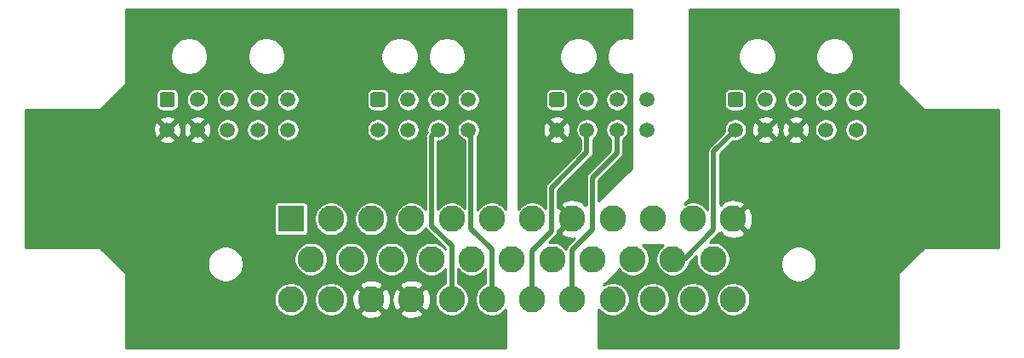
<source format=gbr>
%TF.GenerationSoftware,KiCad,Pcbnew,(5.1.10)-1*%
%TF.CreationDate,2021-08-20T11:56:52+03:00*%
%TF.ProjectId,Connector,436f6e6e-6563-4746-9f72-2e6b69636164,rev?*%
%TF.SameCoordinates,Original*%
%TF.FileFunction,Copper,L2,Bot*%
%TF.FilePolarity,Positive*%
%FSLAX46Y46*%
G04 Gerber Fmt 4.6, Leading zero omitted, Abs format (unit mm)*
G04 Created by KiCad (PCBNEW (5.1.10)-1) date 2021-08-20 11:56:52*
%MOMM*%
%LPD*%
G01*
G04 APERTURE LIST*
%TA.AperFunction,ComponentPad*%
%ADD10C,2.625000*%
%TD*%
%TA.AperFunction,ComponentPad*%
%ADD11R,2.625000X2.625000*%
%TD*%
%TA.AperFunction,ComponentPad*%
%ADD12C,1.500000*%
%TD*%
%TA.AperFunction,Conductor*%
%ADD13C,0.500000*%
%TD*%
%TA.AperFunction,Conductor*%
%ADD14C,0.254000*%
%TD*%
%TA.AperFunction,Conductor*%
%ADD15C,0.100000*%
%TD*%
G04 APERTURE END LIST*
D10*
%TO.P,J1,35*%
%TO.N,/NTC_FW_1*%
X151500000Y-129500000D03*
%TO.P,J1,34*%
%TO.N,/NTC_FW_2*%
X147500000Y-129500000D03*
%TO.P,J1,33*%
%TO.N,/NTC_AW_1*%
X143500000Y-129500000D03*
%TO.P,J1,32*%
%TO.N,/NTC_AW_2*%
X139500000Y-129500000D03*
%TO.P,J1,31*%
%TO.N,/Accelerator_1*%
X135500000Y-129500000D03*
%TO.P,J1,30*%
%TO.N,/Accelerator_2*%
X131500000Y-129500000D03*
%TO.P,J1,29*%
%TO.N,/LeftSupport*%
X127500000Y-129500000D03*
%TO.P,J1,28*%
%TO.N,/RightSupport*%
X123500000Y-129500000D03*
%TO.P,J1,27*%
%TO.N,GND*%
X119500000Y-129500000D03*
%TO.P,J1,26*%
X115500000Y-129500000D03*
%TO.P,J1,25*%
%TO.N,VDD*%
X111500000Y-129500000D03*
%TO.P,J1,24*%
X107500000Y-129500000D03*
%TO.P,J1,23*%
%TO.N,/HALL_1*%
X149500000Y-125500000D03*
%TO.P,J1,22*%
%TO.N,/HALL_2*%
X145500000Y-125500000D03*
%TO.P,J1,21*%
%TO.N,/HALL_3*%
X141500000Y-125500000D03*
%TO.P,J1,20*%
%TO.N,/Brake_1*%
X137500000Y-125500000D03*
%TO.P,J1,19*%
%TO.N,/Brake_2*%
X133500000Y-125500000D03*
%TO.P,J1,18*%
%TO.N,/GearParking*%
X129500000Y-125500000D03*
%TO.P,J1,17*%
%TO.N,/GearReverse*%
X125500000Y-125500000D03*
%TO.P,J1,16*%
%TO.N,/GearDrive*%
X121500000Y-125500000D03*
%TO.P,J1,15*%
%TO.N,/Pump*%
X117500000Y-125500000D03*
%TO.P,J1,14*%
%TO.N,/ReverseLight*%
X113500000Y-125500000D03*
%TO.P,J1,13*%
%TO.N,/ShuntContactorOn*%
X109500000Y-125500000D03*
%TO.P,J1,12*%
%TO.N,GNDD*%
X151500000Y-121500000D03*
%TO.P,J1,11*%
%TO.N,+5VD*%
X147500000Y-121500000D03*
%TO.P,J1,10*%
%TO.N,/CAN_L*%
X143500000Y-121500000D03*
%TO.P,J1,9*%
%TO.N,/CAN_H*%
X139500000Y-121500000D03*
%TO.P,J1,8*%
%TO.N,GNDA*%
X135500000Y-121500000D03*
%TO.P,J1,7*%
%TO.N,+5VA*%
X131500000Y-121500000D03*
%TO.P,J1,6*%
%TO.N,/EmergencyStop*%
X127500000Y-121500000D03*
%TO.P,J1,5*%
%TO.N,/IgnitionOn*%
X123500000Y-121500000D03*
%TO.P,J1,4*%
%TO.N,/HighVoltageOn*%
X119500000Y-121500000D03*
%TO.P,J1,3*%
%TO.N,/PowerContactorOn*%
X115500000Y-121500000D03*
%TO.P,J1,2*%
%TO.N,/ParkingBrake*%
X111500000Y-121500000D03*
D11*
%TO.P,J1,1*%
%TO.N,/PowerSteeringPWM*%
X107500000Y-121500000D03*
%TD*%
D12*
%TO.P,J4,8*%
%TO.N,/CAN_H*%
X142945000Y-112625000D03*
%TO.P,J4,7*%
%TO.N,/Accelerator_1*%
X139945000Y-112625000D03*
%TO.P,J4,6*%
%TO.N,/Accelerator_2*%
X136945000Y-112625000D03*
%TO.P,J4,5*%
%TO.N,GNDA*%
X133945000Y-112625000D03*
%TO.P,J4,4*%
%TO.N,/CAN_L*%
X142945000Y-109625000D03*
%TO.P,J4,3*%
%TO.N,/Brake_1*%
X139945000Y-109625000D03*
%TO.P,J4,2*%
%TO.N,/Brake_2*%
X136945000Y-109625000D03*
%TO.P,J4,1*%
%TO.N,+5VA*%
%TA.AperFunction,ComponentPad*%
G36*
G01*
X133195000Y-110125000D02*
X133195000Y-109125000D01*
G75*
G02*
X133445000Y-108875000I250000J0D01*
G01*
X134445000Y-108875000D01*
G75*
G02*
X134695000Y-109125000I0J-250000D01*
G01*
X134695000Y-110125000D01*
G75*
G02*
X134445000Y-110375000I-250000J0D01*
G01*
X133445000Y-110375000D01*
G75*
G02*
X133195000Y-110125000I0J250000D01*
G01*
G37*
%TD.AperFunction*%
%TD*%
%TO.P,J3,8*%
%TO.N,/LeftSupport*%
X125165000Y-112625000D03*
%TO.P,J3,7*%
%TO.N,/RightSupport*%
X122165000Y-112625000D03*
%TO.P,J3,6*%
%TO.N,/IgnitionOn*%
X119165000Y-112625000D03*
%TO.P,J3,5*%
%TO.N,/HighVoltageOn*%
X116165000Y-112625000D03*
%TO.P,J3,4*%
%TO.N,/EmergencyStop*%
X125165000Y-109625000D03*
%TO.P,J3,3*%
%TO.N,/GearParking*%
X122165000Y-109625000D03*
%TO.P,J3,2*%
%TO.N,/GearReverse*%
X119165000Y-109625000D03*
%TO.P,J3,1*%
%TO.N,/GearDrive*%
%TA.AperFunction,ComponentPad*%
G36*
G01*
X115415000Y-110125000D02*
X115415000Y-109125000D01*
G75*
G02*
X115665000Y-108875000I250000J0D01*
G01*
X116665000Y-108875000D01*
G75*
G02*
X116915000Y-109125000I0J-250000D01*
G01*
X116915000Y-110125000D01*
G75*
G02*
X116665000Y-110375000I-250000J0D01*
G01*
X115665000Y-110375000D01*
G75*
G02*
X115415000Y-110125000I0J250000D01*
G01*
G37*
%TD.AperFunction*%
%TD*%
%TO.P,J5,10*%
%TO.N,/NTC_AW_1*%
X163725000Y-112625000D03*
%TO.P,J5,9*%
%TO.N,/NTC_FW_1*%
X160725000Y-112625000D03*
%TO.P,J5,8*%
%TO.N,GNDD*%
X157725000Y-112625000D03*
%TO.P,J5,7*%
X154725000Y-112625000D03*
%TO.P,J5,6*%
%TO.N,/HALL_2*%
X151725000Y-112625000D03*
%TO.P,J5,5*%
%TO.N,/NTC_AW_2*%
X163725000Y-109625000D03*
%TO.P,J5,4*%
%TO.N,/NTC_FW_2*%
X160725000Y-109625000D03*
%TO.P,J5,3*%
%TO.N,+5VD*%
X157725000Y-109625000D03*
%TO.P,J5,2*%
%TO.N,/HALL_1*%
X154725000Y-109625000D03*
%TO.P,J5,1*%
%TO.N,/HALL_3*%
%TA.AperFunction,ComponentPad*%
G36*
G01*
X150975000Y-110125000D02*
X150975000Y-109125000D01*
G75*
G02*
X151225000Y-108875000I250000J0D01*
G01*
X152225000Y-108875000D01*
G75*
G02*
X152475000Y-109125000I0J-250000D01*
G01*
X152475000Y-110125000D01*
G75*
G02*
X152225000Y-110375000I-250000J0D01*
G01*
X151225000Y-110375000D01*
G75*
G02*
X150975000Y-110125000I0J250000D01*
G01*
G37*
%TD.AperFunction*%
%TD*%
%TO.P,J2,10*%
%TO.N,/Pump*%
X107210000Y-112625000D03*
%TO.P,J2,9*%
%TO.N,/ReverseLight*%
X104210000Y-112625000D03*
%TO.P,J2,8*%
%TO.N,/ShuntContactorOn*%
X101210000Y-112625000D03*
%TO.P,J2,7*%
%TO.N,GND*%
X98210000Y-112625000D03*
%TO.P,J2,6*%
X95210000Y-112625000D03*
%TO.P,J2,5*%
%TO.N,/PowerContactorOn*%
X107210000Y-109625000D03*
%TO.P,J2,4*%
%TO.N,/ParkingBrake*%
X104210000Y-109625000D03*
%TO.P,J2,3*%
%TO.N,/PowerSteeringPWM*%
X101210000Y-109625000D03*
%TO.P,J2,2*%
%TO.N,VDD*%
X98210000Y-109625000D03*
%TO.P,J2,1*%
%TA.AperFunction,ComponentPad*%
G36*
G01*
X94460000Y-110125000D02*
X94460000Y-109125000D01*
G75*
G02*
X94710000Y-108875000I250000J0D01*
G01*
X95710000Y-108875000D01*
G75*
G02*
X95960000Y-109125000I0J-250000D01*
G01*
X95960000Y-110125000D01*
G75*
G02*
X95710000Y-110375000I-250000J0D01*
G01*
X94710000Y-110375000D01*
G75*
G02*
X94460000Y-110125000I0J250000D01*
G01*
G37*
%TD.AperFunction*%
%TD*%
D13*
%TO.N,/RightSupport*%
X123500000Y-129500000D02*
X123500000Y-124199000D01*
X123500000Y-124199000D02*
X121499000Y-122198000D01*
X121499000Y-113291000D02*
X122165000Y-112625000D01*
X121499000Y-122198000D02*
X121499000Y-113291000D01*
%TO.N,/LeftSupport*%
X127500000Y-129500000D02*
X127500000Y-124516000D01*
X127500000Y-124516000D02*
X125436000Y-122452000D01*
X125436000Y-112896000D02*
X125165000Y-112625000D01*
X125436000Y-122452000D02*
X125436000Y-112896000D01*
%TO.N,/Accelerator_2*%
X131500000Y-129500000D02*
X131500000Y-124643000D01*
X131500000Y-124643000D02*
X133437000Y-122706000D01*
X133437000Y-122706000D02*
X133437000Y-118388000D01*
X136945000Y-114880000D02*
X136945000Y-112625000D01*
X133437000Y-118388000D02*
X136945000Y-114880000D01*
%TO.N,/Accelerator_1*%
X135500000Y-129500000D02*
X135500000Y-124580000D01*
X135500000Y-124580000D02*
X137501000Y-122579000D01*
X137501000Y-122579000D02*
X137501000Y-117372000D01*
X139945000Y-114928000D02*
X139945000Y-112625000D01*
X137501000Y-117372000D02*
X139945000Y-114928000D01*
%TO.N,/HALL_2*%
X145500000Y-125500000D02*
X146518000Y-125500000D01*
X145500000Y-125500000D02*
X146645000Y-125500000D01*
X146645000Y-125500000D02*
X149566000Y-122579000D01*
X149566000Y-114784000D02*
X151725000Y-112625000D01*
X149566000Y-122579000D02*
X149566000Y-114784000D01*
%TD*%
D14*
%TO.N,GND*%
X128873000Y-120506621D02*
X128815427Y-120420457D01*
X128579543Y-120184573D01*
X128302173Y-119999240D01*
X127993976Y-119871580D01*
X127666795Y-119806500D01*
X127333205Y-119806500D01*
X127006024Y-119871580D01*
X126697827Y-119999240D01*
X126420457Y-120184573D01*
X126184573Y-120420457D01*
X126067000Y-120596417D01*
X126067000Y-113310807D01*
X126167279Y-113160729D01*
X126252536Y-112954900D01*
X126296000Y-112736394D01*
X126296000Y-112513606D01*
X126252536Y-112295100D01*
X126167279Y-112089271D01*
X126043505Y-111904030D01*
X125885970Y-111746495D01*
X125700729Y-111622721D01*
X125494900Y-111537464D01*
X125276394Y-111494000D01*
X125053606Y-111494000D01*
X124835100Y-111537464D01*
X124629271Y-111622721D01*
X124444030Y-111746495D01*
X124286495Y-111904030D01*
X124162721Y-112089271D01*
X124077464Y-112295100D01*
X124034000Y-112513606D01*
X124034000Y-112736394D01*
X124077464Y-112954900D01*
X124162721Y-113160729D01*
X124286495Y-113345970D01*
X124444030Y-113503505D01*
X124629271Y-113627279D01*
X124805001Y-113700069D01*
X124805000Y-120410030D01*
X124579543Y-120184573D01*
X124302173Y-119999240D01*
X123993976Y-119871580D01*
X123666795Y-119806500D01*
X123333205Y-119806500D01*
X123006024Y-119871580D01*
X122697827Y-119999240D01*
X122420457Y-120184573D01*
X122184573Y-120420457D01*
X122130000Y-120502131D01*
X122130000Y-113756000D01*
X122276394Y-113756000D01*
X122494900Y-113712536D01*
X122700729Y-113627279D01*
X122885970Y-113503505D01*
X123043505Y-113345970D01*
X123167279Y-113160729D01*
X123252536Y-112954900D01*
X123296000Y-112736394D01*
X123296000Y-112513606D01*
X123252536Y-112295100D01*
X123167279Y-112089271D01*
X123043505Y-111904030D01*
X122885970Y-111746495D01*
X122700729Y-111622721D01*
X122494900Y-111537464D01*
X122276394Y-111494000D01*
X122053606Y-111494000D01*
X121835100Y-111537464D01*
X121629271Y-111622721D01*
X121444030Y-111746495D01*
X121286495Y-111904030D01*
X121162721Y-112089271D01*
X121077464Y-112295100D01*
X121034000Y-112513606D01*
X121034000Y-112736394D01*
X121054509Y-112839497D01*
X121050658Y-112842657D01*
X121030900Y-112866732D01*
X121030897Y-112866735D01*
X120971804Y-112938740D01*
X120913211Y-113048359D01*
X120877130Y-113167303D01*
X120864948Y-113291000D01*
X120868001Y-113322000D01*
X120868000Y-120499138D01*
X120815427Y-120420457D01*
X120579543Y-120184573D01*
X120302173Y-119999240D01*
X119993976Y-119871580D01*
X119666795Y-119806500D01*
X119333205Y-119806500D01*
X119006024Y-119871580D01*
X118697827Y-119999240D01*
X118420457Y-120184573D01*
X118184573Y-120420457D01*
X117999240Y-120697827D01*
X117871580Y-121006024D01*
X117806500Y-121333205D01*
X117806500Y-121666795D01*
X117871580Y-121993976D01*
X117999240Y-122302173D01*
X118184573Y-122579543D01*
X118420457Y-122815427D01*
X118697827Y-123000760D01*
X119006024Y-123128420D01*
X119333205Y-123193500D01*
X119666795Y-123193500D01*
X119993976Y-123128420D01*
X120302173Y-123000760D01*
X120579543Y-122815427D01*
X120815427Y-122579543D01*
X120911658Y-122435523D01*
X120913211Y-122440641D01*
X120971804Y-122550260D01*
X121050657Y-122646343D01*
X121074737Y-122666105D01*
X122869001Y-124460370D01*
X122869001Y-124500636D01*
X122815427Y-124420457D01*
X122579543Y-124184573D01*
X122302173Y-123999240D01*
X121993976Y-123871580D01*
X121666795Y-123806500D01*
X121333205Y-123806500D01*
X121006024Y-123871580D01*
X120697827Y-123999240D01*
X120420457Y-124184573D01*
X120184573Y-124420457D01*
X119999240Y-124697827D01*
X119871580Y-125006024D01*
X119806500Y-125333205D01*
X119806500Y-125666795D01*
X119871580Y-125993976D01*
X119999240Y-126302173D01*
X120184573Y-126579543D01*
X120420457Y-126815427D01*
X120697827Y-127000760D01*
X121006024Y-127128420D01*
X121333205Y-127193500D01*
X121666795Y-127193500D01*
X121993976Y-127128420D01*
X122302173Y-127000760D01*
X122579543Y-126815427D01*
X122815427Y-126579543D01*
X122869001Y-126499365D01*
X122869000Y-127928337D01*
X122697827Y-127999240D01*
X122420457Y-128184573D01*
X122184573Y-128420457D01*
X121999240Y-128697827D01*
X121871580Y-129006024D01*
X121806500Y-129333205D01*
X121806500Y-129666795D01*
X121871580Y-129993976D01*
X121999240Y-130302173D01*
X122184573Y-130579543D01*
X122420457Y-130815427D01*
X122697827Y-131000760D01*
X123006024Y-131128420D01*
X123333205Y-131193500D01*
X123666795Y-131193500D01*
X123993976Y-131128420D01*
X124302173Y-131000760D01*
X124579543Y-130815427D01*
X124815427Y-130579543D01*
X125000760Y-130302173D01*
X125128420Y-129993976D01*
X125193500Y-129666795D01*
X125193500Y-129333205D01*
X125128420Y-129006024D01*
X125000760Y-128697827D01*
X124815427Y-128420457D01*
X124579543Y-128184573D01*
X124302173Y-127999240D01*
X124131000Y-127928337D01*
X124131000Y-126499365D01*
X124184573Y-126579543D01*
X124420457Y-126815427D01*
X124697827Y-127000760D01*
X125006024Y-127128420D01*
X125333205Y-127193500D01*
X125666795Y-127193500D01*
X125993976Y-127128420D01*
X126302173Y-127000760D01*
X126579543Y-126815427D01*
X126815427Y-126579543D01*
X126869001Y-126499365D01*
X126869000Y-127928337D01*
X126697827Y-127999240D01*
X126420457Y-128184573D01*
X126184573Y-128420457D01*
X125999240Y-128697827D01*
X125871580Y-129006024D01*
X125806500Y-129333205D01*
X125806500Y-129666795D01*
X125871580Y-129993976D01*
X125999240Y-130302173D01*
X126184573Y-130579543D01*
X126420457Y-130815427D01*
X126697827Y-131000760D01*
X127006024Y-131128420D01*
X127333205Y-131193500D01*
X127666795Y-131193500D01*
X127993976Y-131128420D01*
X128302173Y-131000760D01*
X128579543Y-130815427D01*
X128815427Y-130579543D01*
X128873000Y-130493379D01*
X128873000Y-134373000D01*
X91127000Y-134373000D01*
X91127000Y-129333205D01*
X105806500Y-129333205D01*
X105806500Y-129666795D01*
X105871580Y-129993976D01*
X105999240Y-130302173D01*
X106184573Y-130579543D01*
X106420457Y-130815427D01*
X106697827Y-131000760D01*
X107006024Y-131128420D01*
X107333205Y-131193500D01*
X107666795Y-131193500D01*
X107993976Y-131128420D01*
X108302173Y-131000760D01*
X108579543Y-130815427D01*
X108815427Y-130579543D01*
X109000760Y-130302173D01*
X109128420Y-129993976D01*
X109193500Y-129666795D01*
X109193500Y-129333205D01*
X109806500Y-129333205D01*
X109806500Y-129666795D01*
X109871580Y-129993976D01*
X109999240Y-130302173D01*
X110184573Y-130579543D01*
X110420457Y-130815427D01*
X110697827Y-131000760D01*
X111006024Y-131128420D01*
X111333205Y-131193500D01*
X111666795Y-131193500D01*
X111993976Y-131128420D01*
X112302173Y-131000760D01*
X112515636Y-130858128D01*
X114321477Y-130858128D01*
X114454919Y-131154496D01*
X114797776Y-131326590D01*
X115167620Y-131428490D01*
X115550236Y-131456279D01*
X115930921Y-131408889D01*
X116295048Y-131288142D01*
X116545081Y-131154496D01*
X116678523Y-130858128D01*
X118321477Y-130858128D01*
X118454919Y-131154496D01*
X118797776Y-131326590D01*
X119167620Y-131428490D01*
X119550236Y-131456279D01*
X119930921Y-131408889D01*
X120295048Y-131288142D01*
X120545081Y-131154496D01*
X120678523Y-130858128D01*
X119500000Y-129679605D01*
X118321477Y-130858128D01*
X116678523Y-130858128D01*
X115500000Y-129679605D01*
X114321477Y-130858128D01*
X112515636Y-130858128D01*
X112579543Y-130815427D01*
X112815427Y-130579543D01*
X113000760Y-130302173D01*
X113128420Y-129993976D01*
X113193500Y-129666795D01*
X113193500Y-129550236D01*
X113543721Y-129550236D01*
X113591111Y-129930921D01*
X113711858Y-130295048D01*
X113845504Y-130545081D01*
X114141872Y-130678523D01*
X115320395Y-129500000D01*
X115679605Y-129500000D01*
X116858128Y-130678523D01*
X117154496Y-130545081D01*
X117326590Y-130202224D01*
X117428490Y-129832380D01*
X117448981Y-129550236D01*
X117543721Y-129550236D01*
X117591111Y-129930921D01*
X117711858Y-130295048D01*
X117845504Y-130545081D01*
X118141872Y-130678523D01*
X119320395Y-129500000D01*
X119679605Y-129500000D01*
X120858128Y-130678523D01*
X121154496Y-130545081D01*
X121326590Y-130202224D01*
X121428490Y-129832380D01*
X121456279Y-129449764D01*
X121408889Y-129069079D01*
X121288142Y-128704952D01*
X121154496Y-128454919D01*
X120858128Y-128321477D01*
X119679605Y-129500000D01*
X119320395Y-129500000D01*
X118141872Y-128321477D01*
X117845504Y-128454919D01*
X117673410Y-128797776D01*
X117571510Y-129167620D01*
X117543721Y-129550236D01*
X117448981Y-129550236D01*
X117456279Y-129449764D01*
X117408889Y-129069079D01*
X117288142Y-128704952D01*
X117154496Y-128454919D01*
X116858128Y-128321477D01*
X115679605Y-129500000D01*
X115320395Y-129500000D01*
X114141872Y-128321477D01*
X113845504Y-128454919D01*
X113673410Y-128797776D01*
X113571510Y-129167620D01*
X113543721Y-129550236D01*
X113193500Y-129550236D01*
X113193500Y-129333205D01*
X113128420Y-129006024D01*
X113000760Y-128697827D01*
X112815427Y-128420457D01*
X112579543Y-128184573D01*
X112515637Y-128141872D01*
X114321477Y-128141872D01*
X115500000Y-129320395D01*
X116678523Y-128141872D01*
X118321477Y-128141872D01*
X119500000Y-129320395D01*
X120678523Y-128141872D01*
X120545081Y-127845504D01*
X120202224Y-127673410D01*
X119832380Y-127571510D01*
X119449764Y-127543721D01*
X119069079Y-127591111D01*
X118704952Y-127711858D01*
X118454919Y-127845504D01*
X118321477Y-128141872D01*
X116678523Y-128141872D01*
X116545081Y-127845504D01*
X116202224Y-127673410D01*
X115832380Y-127571510D01*
X115449764Y-127543721D01*
X115069079Y-127591111D01*
X114704952Y-127711858D01*
X114454919Y-127845504D01*
X114321477Y-128141872D01*
X112515637Y-128141872D01*
X112302173Y-127999240D01*
X111993976Y-127871580D01*
X111666795Y-127806500D01*
X111333205Y-127806500D01*
X111006024Y-127871580D01*
X110697827Y-127999240D01*
X110420457Y-128184573D01*
X110184573Y-128420457D01*
X109999240Y-128697827D01*
X109871580Y-129006024D01*
X109806500Y-129333205D01*
X109193500Y-129333205D01*
X109128420Y-129006024D01*
X109000760Y-128697827D01*
X108815427Y-128420457D01*
X108579543Y-128184573D01*
X108302173Y-127999240D01*
X107993976Y-127871580D01*
X107666795Y-127806500D01*
X107333205Y-127806500D01*
X107006024Y-127871580D01*
X106697827Y-127999240D01*
X106420457Y-128184573D01*
X106184573Y-128420457D01*
X105999240Y-128697827D01*
X105871580Y-129006024D01*
X105806500Y-129333205D01*
X91127000Y-129333205D01*
X91127000Y-127000000D01*
X91124560Y-126975224D01*
X91117333Y-126951399D01*
X91105597Y-126929443D01*
X91089803Y-126910197D01*
X90001731Y-125822125D01*
X99194000Y-125822125D01*
X99194000Y-126177875D01*
X99263404Y-126526791D01*
X99399544Y-126855462D01*
X99597189Y-127151258D01*
X99848742Y-127402811D01*
X100144538Y-127600456D01*
X100473209Y-127736596D01*
X100822125Y-127806000D01*
X101177875Y-127806000D01*
X101526791Y-127736596D01*
X101855462Y-127600456D01*
X102151258Y-127402811D01*
X102402811Y-127151258D01*
X102600456Y-126855462D01*
X102736596Y-126526791D01*
X102806000Y-126177875D01*
X102806000Y-125822125D01*
X102736596Y-125473209D01*
X102678605Y-125333205D01*
X107806500Y-125333205D01*
X107806500Y-125666795D01*
X107871580Y-125993976D01*
X107999240Y-126302173D01*
X108184573Y-126579543D01*
X108420457Y-126815427D01*
X108697827Y-127000760D01*
X109006024Y-127128420D01*
X109333205Y-127193500D01*
X109666795Y-127193500D01*
X109993976Y-127128420D01*
X110302173Y-127000760D01*
X110579543Y-126815427D01*
X110815427Y-126579543D01*
X111000760Y-126302173D01*
X111128420Y-125993976D01*
X111193500Y-125666795D01*
X111193500Y-125333205D01*
X111806500Y-125333205D01*
X111806500Y-125666795D01*
X111871580Y-125993976D01*
X111999240Y-126302173D01*
X112184573Y-126579543D01*
X112420457Y-126815427D01*
X112697827Y-127000760D01*
X113006024Y-127128420D01*
X113333205Y-127193500D01*
X113666795Y-127193500D01*
X113993976Y-127128420D01*
X114302173Y-127000760D01*
X114579543Y-126815427D01*
X114815427Y-126579543D01*
X115000760Y-126302173D01*
X115128420Y-125993976D01*
X115193500Y-125666795D01*
X115193500Y-125333205D01*
X115806500Y-125333205D01*
X115806500Y-125666795D01*
X115871580Y-125993976D01*
X115999240Y-126302173D01*
X116184573Y-126579543D01*
X116420457Y-126815427D01*
X116697827Y-127000760D01*
X117006024Y-127128420D01*
X117333205Y-127193500D01*
X117666795Y-127193500D01*
X117993976Y-127128420D01*
X118302173Y-127000760D01*
X118579543Y-126815427D01*
X118815427Y-126579543D01*
X119000760Y-126302173D01*
X119128420Y-125993976D01*
X119193500Y-125666795D01*
X119193500Y-125333205D01*
X119128420Y-125006024D01*
X119000760Y-124697827D01*
X118815427Y-124420457D01*
X118579543Y-124184573D01*
X118302173Y-123999240D01*
X117993976Y-123871580D01*
X117666795Y-123806500D01*
X117333205Y-123806500D01*
X117006024Y-123871580D01*
X116697827Y-123999240D01*
X116420457Y-124184573D01*
X116184573Y-124420457D01*
X115999240Y-124697827D01*
X115871580Y-125006024D01*
X115806500Y-125333205D01*
X115193500Y-125333205D01*
X115128420Y-125006024D01*
X115000760Y-124697827D01*
X114815427Y-124420457D01*
X114579543Y-124184573D01*
X114302173Y-123999240D01*
X113993976Y-123871580D01*
X113666795Y-123806500D01*
X113333205Y-123806500D01*
X113006024Y-123871580D01*
X112697827Y-123999240D01*
X112420457Y-124184573D01*
X112184573Y-124420457D01*
X111999240Y-124697827D01*
X111871580Y-125006024D01*
X111806500Y-125333205D01*
X111193500Y-125333205D01*
X111128420Y-125006024D01*
X111000760Y-124697827D01*
X110815427Y-124420457D01*
X110579543Y-124184573D01*
X110302173Y-123999240D01*
X109993976Y-123871580D01*
X109666795Y-123806500D01*
X109333205Y-123806500D01*
X109006024Y-123871580D01*
X108697827Y-123999240D01*
X108420457Y-124184573D01*
X108184573Y-124420457D01*
X107999240Y-124697827D01*
X107871580Y-125006024D01*
X107806500Y-125333205D01*
X102678605Y-125333205D01*
X102600456Y-125144538D01*
X102402811Y-124848742D01*
X102151258Y-124597189D01*
X101855462Y-124399544D01*
X101526791Y-124263404D01*
X101177875Y-124194000D01*
X100822125Y-124194000D01*
X100473209Y-124263404D01*
X100144538Y-124399544D01*
X99848742Y-124597189D01*
X99597189Y-124848742D01*
X99399544Y-125144538D01*
X99263404Y-125473209D01*
X99194000Y-125822125D01*
X90001731Y-125822125D01*
X88589803Y-124410197D01*
X88570557Y-124394403D01*
X88548601Y-124382667D01*
X88524776Y-124375440D01*
X88500000Y-124373000D01*
X81127000Y-124373000D01*
X81127000Y-120187500D01*
X105804657Y-120187500D01*
X105804657Y-122812500D01*
X105812013Y-122887189D01*
X105833799Y-122959008D01*
X105869178Y-123025196D01*
X105916789Y-123083211D01*
X105974804Y-123130822D01*
X106040992Y-123166201D01*
X106112811Y-123187987D01*
X106187500Y-123195343D01*
X108812500Y-123195343D01*
X108887189Y-123187987D01*
X108959008Y-123166201D01*
X109025196Y-123130822D01*
X109083211Y-123083211D01*
X109130822Y-123025196D01*
X109166201Y-122959008D01*
X109187987Y-122887189D01*
X109195343Y-122812500D01*
X109195343Y-121333205D01*
X109806500Y-121333205D01*
X109806500Y-121666795D01*
X109871580Y-121993976D01*
X109999240Y-122302173D01*
X110184573Y-122579543D01*
X110420457Y-122815427D01*
X110697827Y-123000760D01*
X111006024Y-123128420D01*
X111333205Y-123193500D01*
X111666795Y-123193500D01*
X111993976Y-123128420D01*
X112302173Y-123000760D01*
X112579543Y-122815427D01*
X112815427Y-122579543D01*
X113000760Y-122302173D01*
X113128420Y-121993976D01*
X113193500Y-121666795D01*
X113193500Y-121333205D01*
X113806500Y-121333205D01*
X113806500Y-121666795D01*
X113871580Y-121993976D01*
X113999240Y-122302173D01*
X114184573Y-122579543D01*
X114420457Y-122815427D01*
X114697827Y-123000760D01*
X115006024Y-123128420D01*
X115333205Y-123193500D01*
X115666795Y-123193500D01*
X115993976Y-123128420D01*
X116302173Y-123000760D01*
X116579543Y-122815427D01*
X116815427Y-122579543D01*
X117000760Y-122302173D01*
X117128420Y-121993976D01*
X117193500Y-121666795D01*
X117193500Y-121333205D01*
X117128420Y-121006024D01*
X117000760Y-120697827D01*
X116815427Y-120420457D01*
X116579543Y-120184573D01*
X116302173Y-119999240D01*
X115993976Y-119871580D01*
X115666795Y-119806500D01*
X115333205Y-119806500D01*
X115006024Y-119871580D01*
X114697827Y-119999240D01*
X114420457Y-120184573D01*
X114184573Y-120420457D01*
X113999240Y-120697827D01*
X113871580Y-121006024D01*
X113806500Y-121333205D01*
X113193500Y-121333205D01*
X113128420Y-121006024D01*
X113000760Y-120697827D01*
X112815427Y-120420457D01*
X112579543Y-120184573D01*
X112302173Y-119999240D01*
X111993976Y-119871580D01*
X111666795Y-119806500D01*
X111333205Y-119806500D01*
X111006024Y-119871580D01*
X110697827Y-119999240D01*
X110420457Y-120184573D01*
X110184573Y-120420457D01*
X109999240Y-120697827D01*
X109871580Y-121006024D01*
X109806500Y-121333205D01*
X109195343Y-121333205D01*
X109195343Y-120187500D01*
X109187987Y-120112811D01*
X109166201Y-120040992D01*
X109130822Y-119974804D01*
X109083211Y-119916789D01*
X109025196Y-119869178D01*
X108959008Y-119833799D01*
X108887189Y-119812013D01*
X108812500Y-119804657D01*
X106187500Y-119804657D01*
X106112811Y-119812013D01*
X106040992Y-119833799D01*
X105974804Y-119869178D01*
X105916789Y-119916789D01*
X105869178Y-119974804D01*
X105833799Y-120040992D01*
X105812013Y-120112811D01*
X105804657Y-120187500D01*
X81127000Y-120187500D01*
X81127000Y-113581993D01*
X94432612Y-113581993D01*
X94498137Y-113820860D01*
X94745116Y-113936760D01*
X95009960Y-114002250D01*
X95282492Y-114014812D01*
X95552238Y-113973965D01*
X95808832Y-113881277D01*
X95921863Y-113820860D01*
X95987388Y-113581993D01*
X97432612Y-113581993D01*
X97498137Y-113820860D01*
X97745116Y-113936760D01*
X98009960Y-114002250D01*
X98282492Y-114014812D01*
X98552238Y-113973965D01*
X98808832Y-113881277D01*
X98921863Y-113820860D01*
X98987388Y-113581993D01*
X98210000Y-112804605D01*
X97432612Y-113581993D01*
X95987388Y-113581993D01*
X95210000Y-112804605D01*
X94432612Y-113581993D01*
X81127000Y-113581993D01*
X81127000Y-112697492D01*
X93820188Y-112697492D01*
X93861035Y-112967238D01*
X93953723Y-113223832D01*
X94014140Y-113336863D01*
X94253007Y-113402388D01*
X95030395Y-112625000D01*
X95389605Y-112625000D01*
X96166993Y-113402388D01*
X96405860Y-113336863D01*
X96521760Y-113089884D01*
X96587250Y-112825040D01*
X96593129Y-112697492D01*
X96820188Y-112697492D01*
X96861035Y-112967238D01*
X96953723Y-113223832D01*
X97014140Y-113336863D01*
X97253007Y-113402388D01*
X98030395Y-112625000D01*
X98389605Y-112625000D01*
X99166993Y-113402388D01*
X99405860Y-113336863D01*
X99521760Y-113089884D01*
X99587250Y-112825040D01*
X99599812Y-112552508D01*
X99593922Y-112513606D01*
X100079000Y-112513606D01*
X100079000Y-112736394D01*
X100122464Y-112954900D01*
X100207721Y-113160729D01*
X100331495Y-113345970D01*
X100489030Y-113503505D01*
X100674271Y-113627279D01*
X100880100Y-113712536D01*
X101098606Y-113756000D01*
X101321394Y-113756000D01*
X101539900Y-113712536D01*
X101745729Y-113627279D01*
X101930970Y-113503505D01*
X102088505Y-113345970D01*
X102212279Y-113160729D01*
X102297536Y-112954900D01*
X102341000Y-112736394D01*
X102341000Y-112513606D01*
X103079000Y-112513606D01*
X103079000Y-112736394D01*
X103122464Y-112954900D01*
X103207721Y-113160729D01*
X103331495Y-113345970D01*
X103489030Y-113503505D01*
X103674271Y-113627279D01*
X103880100Y-113712536D01*
X104098606Y-113756000D01*
X104321394Y-113756000D01*
X104539900Y-113712536D01*
X104745729Y-113627279D01*
X104930970Y-113503505D01*
X105088505Y-113345970D01*
X105212279Y-113160729D01*
X105297536Y-112954900D01*
X105341000Y-112736394D01*
X105341000Y-112513606D01*
X106079000Y-112513606D01*
X106079000Y-112736394D01*
X106122464Y-112954900D01*
X106207721Y-113160729D01*
X106331495Y-113345970D01*
X106489030Y-113503505D01*
X106674271Y-113627279D01*
X106880100Y-113712536D01*
X107098606Y-113756000D01*
X107321394Y-113756000D01*
X107539900Y-113712536D01*
X107745729Y-113627279D01*
X107930970Y-113503505D01*
X108088505Y-113345970D01*
X108212279Y-113160729D01*
X108297536Y-112954900D01*
X108341000Y-112736394D01*
X108341000Y-112513606D01*
X115034000Y-112513606D01*
X115034000Y-112736394D01*
X115077464Y-112954900D01*
X115162721Y-113160729D01*
X115286495Y-113345970D01*
X115444030Y-113503505D01*
X115629271Y-113627279D01*
X115835100Y-113712536D01*
X116053606Y-113756000D01*
X116276394Y-113756000D01*
X116494900Y-113712536D01*
X116700729Y-113627279D01*
X116885970Y-113503505D01*
X117043505Y-113345970D01*
X117167279Y-113160729D01*
X117252536Y-112954900D01*
X117296000Y-112736394D01*
X117296000Y-112513606D01*
X118034000Y-112513606D01*
X118034000Y-112736394D01*
X118077464Y-112954900D01*
X118162721Y-113160729D01*
X118286495Y-113345970D01*
X118444030Y-113503505D01*
X118629271Y-113627279D01*
X118835100Y-113712536D01*
X119053606Y-113756000D01*
X119276394Y-113756000D01*
X119494900Y-113712536D01*
X119700729Y-113627279D01*
X119885970Y-113503505D01*
X120043505Y-113345970D01*
X120167279Y-113160729D01*
X120252536Y-112954900D01*
X120296000Y-112736394D01*
X120296000Y-112513606D01*
X120252536Y-112295100D01*
X120167279Y-112089271D01*
X120043505Y-111904030D01*
X119885970Y-111746495D01*
X119700729Y-111622721D01*
X119494900Y-111537464D01*
X119276394Y-111494000D01*
X119053606Y-111494000D01*
X118835100Y-111537464D01*
X118629271Y-111622721D01*
X118444030Y-111746495D01*
X118286495Y-111904030D01*
X118162721Y-112089271D01*
X118077464Y-112295100D01*
X118034000Y-112513606D01*
X117296000Y-112513606D01*
X117252536Y-112295100D01*
X117167279Y-112089271D01*
X117043505Y-111904030D01*
X116885970Y-111746495D01*
X116700729Y-111622721D01*
X116494900Y-111537464D01*
X116276394Y-111494000D01*
X116053606Y-111494000D01*
X115835100Y-111537464D01*
X115629271Y-111622721D01*
X115444030Y-111746495D01*
X115286495Y-111904030D01*
X115162721Y-112089271D01*
X115077464Y-112295100D01*
X115034000Y-112513606D01*
X108341000Y-112513606D01*
X108297536Y-112295100D01*
X108212279Y-112089271D01*
X108088505Y-111904030D01*
X107930970Y-111746495D01*
X107745729Y-111622721D01*
X107539900Y-111537464D01*
X107321394Y-111494000D01*
X107098606Y-111494000D01*
X106880100Y-111537464D01*
X106674271Y-111622721D01*
X106489030Y-111746495D01*
X106331495Y-111904030D01*
X106207721Y-112089271D01*
X106122464Y-112295100D01*
X106079000Y-112513606D01*
X105341000Y-112513606D01*
X105297536Y-112295100D01*
X105212279Y-112089271D01*
X105088505Y-111904030D01*
X104930970Y-111746495D01*
X104745729Y-111622721D01*
X104539900Y-111537464D01*
X104321394Y-111494000D01*
X104098606Y-111494000D01*
X103880100Y-111537464D01*
X103674271Y-111622721D01*
X103489030Y-111746495D01*
X103331495Y-111904030D01*
X103207721Y-112089271D01*
X103122464Y-112295100D01*
X103079000Y-112513606D01*
X102341000Y-112513606D01*
X102297536Y-112295100D01*
X102212279Y-112089271D01*
X102088505Y-111904030D01*
X101930970Y-111746495D01*
X101745729Y-111622721D01*
X101539900Y-111537464D01*
X101321394Y-111494000D01*
X101098606Y-111494000D01*
X100880100Y-111537464D01*
X100674271Y-111622721D01*
X100489030Y-111746495D01*
X100331495Y-111904030D01*
X100207721Y-112089271D01*
X100122464Y-112295100D01*
X100079000Y-112513606D01*
X99593922Y-112513606D01*
X99558965Y-112282762D01*
X99466277Y-112026168D01*
X99405860Y-111913137D01*
X99166993Y-111847612D01*
X98389605Y-112625000D01*
X98030395Y-112625000D01*
X97253007Y-111847612D01*
X97014140Y-111913137D01*
X96898240Y-112160116D01*
X96832750Y-112424960D01*
X96820188Y-112697492D01*
X96593129Y-112697492D01*
X96599812Y-112552508D01*
X96558965Y-112282762D01*
X96466277Y-112026168D01*
X96405860Y-111913137D01*
X96166993Y-111847612D01*
X95389605Y-112625000D01*
X95030395Y-112625000D01*
X94253007Y-111847612D01*
X94014140Y-111913137D01*
X93898240Y-112160116D01*
X93832750Y-112424960D01*
X93820188Y-112697492D01*
X81127000Y-112697492D01*
X81127000Y-111668007D01*
X94432612Y-111668007D01*
X95210000Y-112445395D01*
X95987388Y-111668007D01*
X97432612Y-111668007D01*
X98210000Y-112445395D01*
X98987388Y-111668007D01*
X98921863Y-111429140D01*
X98674884Y-111313240D01*
X98410040Y-111247750D01*
X98137508Y-111235188D01*
X97867762Y-111276035D01*
X97611168Y-111368723D01*
X97498137Y-111429140D01*
X97432612Y-111668007D01*
X95987388Y-111668007D01*
X95921863Y-111429140D01*
X95674884Y-111313240D01*
X95410040Y-111247750D01*
X95137508Y-111235188D01*
X94867762Y-111276035D01*
X94611168Y-111368723D01*
X94498137Y-111429140D01*
X94432612Y-111668007D01*
X81127000Y-111668007D01*
X81127000Y-110627000D01*
X88500000Y-110627000D01*
X88524776Y-110624560D01*
X88548601Y-110617333D01*
X88570557Y-110605597D01*
X88589803Y-110589803D01*
X90054606Y-109125000D01*
X94077157Y-109125000D01*
X94077157Y-110125000D01*
X94089317Y-110248462D01*
X94125329Y-110367179D01*
X94183810Y-110476589D01*
X94262512Y-110572488D01*
X94358411Y-110651190D01*
X94467821Y-110709671D01*
X94586538Y-110745683D01*
X94710000Y-110757843D01*
X95710000Y-110757843D01*
X95833462Y-110745683D01*
X95952179Y-110709671D01*
X96061589Y-110651190D01*
X96157488Y-110572488D01*
X96236190Y-110476589D01*
X96294671Y-110367179D01*
X96330683Y-110248462D01*
X96342843Y-110125000D01*
X96342843Y-109513606D01*
X97079000Y-109513606D01*
X97079000Y-109736394D01*
X97122464Y-109954900D01*
X97207721Y-110160729D01*
X97331495Y-110345970D01*
X97489030Y-110503505D01*
X97674271Y-110627279D01*
X97880100Y-110712536D01*
X98098606Y-110756000D01*
X98321394Y-110756000D01*
X98539900Y-110712536D01*
X98745729Y-110627279D01*
X98930970Y-110503505D01*
X99088505Y-110345970D01*
X99212279Y-110160729D01*
X99297536Y-109954900D01*
X99341000Y-109736394D01*
X99341000Y-109513606D01*
X100079000Y-109513606D01*
X100079000Y-109736394D01*
X100122464Y-109954900D01*
X100207721Y-110160729D01*
X100331495Y-110345970D01*
X100489030Y-110503505D01*
X100674271Y-110627279D01*
X100880100Y-110712536D01*
X101098606Y-110756000D01*
X101321394Y-110756000D01*
X101539900Y-110712536D01*
X101745729Y-110627279D01*
X101930970Y-110503505D01*
X102088505Y-110345970D01*
X102212279Y-110160729D01*
X102297536Y-109954900D01*
X102341000Y-109736394D01*
X102341000Y-109513606D01*
X103079000Y-109513606D01*
X103079000Y-109736394D01*
X103122464Y-109954900D01*
X103207721Y-110160729D01*
X103331495Y-110345970D01*
X103489030Y-110503505D01*
X103674271Y-110627279D01*
X103880100Y-110712536D01*
X104098606Y-110756000D01*
X104321394Y-110756000D01*
X104539900Y-110712536D01*
X104745729Y-110627279D01*
X104930970Y-110503505D01*
X105088505Y-110345970D01*
X105212279Y-110160729D01*
X105297536Y-109954900D01*
X105341000Y-109736394D01*
X105341000Y-109513606D01*
X106079000Y-109513606D01*
X106079000Y-109736394D01*
X106122464Y-109954900D01*
X106207721Y-110160729D01*
X106331495Y-110345970D01*
X106489030Y-110503505D01*
X106674271Y-110627279D01*
X106880100Y-110712536D01*
X107098606Y-110756000D01*
X107321394Y-110756000D01*
X107539900Y-110712536D01*
X107745729Y-110627279D01*
X107930970Y-110503505D01*
X108088505Y-110345970D01*
X108212279Y-110160729D01*
X108297536Y-109954900D01*
X108341000Y-109736394D01*
X108341000Y-109513606D01*
X108297536Y-109295100D01*
X108227079Y-109125000D01*
X115032157Y-109125000D01*
X115032157Y-110125000D01*
X115044317Y-110248462D01*
X115080329Y-110367179D01*
X115138810Y-110476589D01*
X115217512Y-110572488D01*
X115313411Y-110651190D01*
X115422821Y-110709671D01*
X115541538Y-110745683D01*
X115665000Y-110757843D01*
X116665000Y-110757843D01*
X116788462Y-110745683D01*
X116907179Y-110709671D01*
X117016589Y-110651190D01*
X117112488Y-110572488D01*
X117191190Y-110476589D01*
X117249671Y-110367179D01*
X117285683Y-110248462D01*
X117297843Y-110125000D01*
X117297843Y-109513606D01*
X118034000Y-109513606D01*
X118034000Y-109736394D01*
X118077464Y-109954900D01*
X118162721Y-110160729D01*
X118286495Y-110345970D01*
X118444030Y-110503505D01*
X118629271Y-110627279D01*
X118835100Y-110712536D01*
X119053606Y-110756000D01*
X119276394Y-110756000D01*
X119494900Y-110712536D01*
X119700729Y-110627279D01*
X119885970Y-110503505D01*
X120043505Y-110345970D01*
X120167279Y-110160729D01*
X120252536Y-109954900D01*
X120296000Y-109736394D01*
X120296000Y-109513606D01*
X121034000Y-109513606D01*
X121034000Y-109736394D01*
X121077464Y-109954900D01*
X121162721Y-110160729D01*
X121286495Y-110345970D01*
X121444030Y-110503505D01*
X121629271Y-110627279D01*
X121835100Y-110712536D01*
X122053606Y-110756000D01*
X122276394Y-110756000D01*
X122494900Y-110712536D01*
X122700729Y-110627279D01*
X122885970Y-110503505D01*
X123043505Y-110345970D01*
X123167279Y-110160729D01*
X123252536Y-109954900D01*
X123296000Y-109736394D01*
X123296000Y-109513606D01*
X124034000Y-109513606D01*
X124034000Y-109736394D01*
X124077464Y-109954900D01*
X124162721Y-110160729D01*
X124286495Y-110345970D01*
X124444030Y-110503505D01*
X124629271Y-110627279D01*
X124835100Y-110712536D01*
X125053606Y-110756000D01*
X125276394Y-110756000D01*
X125494900Y-110712536D01*
X125700729Y-110627279D01*
X125885970Y-110503505D01*
X126043505Y-110345970D01*
X126167279Y-110160729D01*
X126252536Y-109954900D01*
X126296000Y-109736394D01*
X126296000Y-109513606D01*
X126252536Y-109295100D01*
X126167279Y-109089271D01*
X126043505Y-108904030D01*
X125885970Y-108746495D01*
X125700729Y-108622721D01*
X125494900Y-108537464D01*
X125276394Y-108494000D01*
X125053606Y-108494000D01*
X124835100Y-108537464D01*
X124629271Y-108622721D01*
X124444030Y-108746495D01*
X124286495Y-108904030D01*
X124162721Y-109089271D01*
X124077464Y-109295100D01*
X124034000Y-109513606D01*
X123296000Y-109513606D01*
X123252536Y-109295100D01*
X123167279Y-109089271D01*
X123043505Y-108904030D01*
X122885970Y-108746495D01*
X122700729Y-108622721D01*
X122494900Y-108537464D01*
X122276394Y-108494000D01*
X122053606Y-108494000D01*
X121835100Y-108537464D01*
X121629271Y-108622721D01*
X121444030Y-108746495D01*
X121286495Y-108904030D01*
X121162721Y-109089271D01*
X121077464Y-109295100D01*
X121034000Y-109513606D01*
X120296000Y-109513606D01*
X120252536Y-109295100D01*
X120167279Y-109089271D01*
X120043505Y-108904030D01*
X119885970Y-108746495D01*
X119700729Y-108622721D01*
X119494900Y-108537464D01*
X119276394Y-108494000D01*
X119053606Y-108494000D01*
X118835100Y-108537464D01*
X118629271Y-108622721D01*
X118444030Y-108746495D01*
X118286495Y-108904030D01*
X118162721Y-109089271D01*
X118077464Y-109295100D01*
X118034000Y-109513606D01*
X117297843Y-109513606D01*
X117297843Y-109125000D01*
X117285683Y-109001538D01*
X117249671Y-108882821D01*
X117191190Y-108773411D01*
X117112488Y-108677512D01*
X117016589Y-108598810D01*
X116907179Y-108540329D01*
X116788462Y-108504317D01*
X116665000Y-108492157D01*
X115665000Y-108492157D01*
X115541538Y-108504317D01*
X115422821Y-108540329D01*
X115313411Y-108598810D01*
X115217512Y-108677512D01*
X115138810Y-108773411D01*
X115080329Y-108882821D01*
X115044317Y-109001538D01*
X115032157Y-109125000D01*
X108227079Y-109125000D01*
X108212279Y-109089271D01*
X108088505Y-108904030D01*
X107930970Y-108746495D01*
X107745729Y-108622721D01*
X107539900Y-108537464D01*
X107321394Y-108494000D01*
X107098606Y-108494000D01*
X106880100Y-108537464D01*
X106674271Y-108622721D01*
X106489030Y-108746495D01*
X106331495Y-108904030D01*
X106207721Y-109089271D01*
X106122464Y-109295100D01*
X106079000Y-109513606D01*
X105341000Y-109513606D01*
X105297536Y-109295100D01*
X105212279Y-109089271D01*
X105088505Y-108904030D01*
X104930970Y-108746495D01*
X104745729Y-108622721D01*
X104539900Y-108537464D01*
X104321394Y-108494000D01*
X104098606Y-108494000D01*
X103880100Y-108537464D01*
X103674271Y-108622721D01*
X103489030Y-108746495D01*
X103331495Y-108904030D01*
X103207721Y-109089271D01*
X103122464Y-109295100D01*
X103079000Y-109513606D01*
X102341000Y-109513606D01*
X102297536Y-109295100D01*
X102212279Y-109089271D01*
X102088505Y-108904030D01*
X101930970Y-108746495D01*
X101745729Y-108622721D01*
X101539900Y-108537464D01*
X101321394Y-108494000D01*
X101098606Y-108494000D01*
X100880100Y-108537464D01*
X100674271Y-108622721D01*
X100489030Y-108746495D01*
X100331495Y-108904030D01*
X100207721Y-109089271D01*
X100122464Y-109295100D01*
X100079000Y-109513606D01*
X99341000Y-109513606D01*
X99297536Y-109295100D01*
X99212279Y-109089271D01*
X99088505Y-108904030D01*
X98930970Y-108746495D01*
X98745729Y-108622721D01*
X98539900Y-108537464D01*
X98321394Y-108494000D01*
X98098606Y-108494000D01*
X97880100Y-108537464D01*
X97674271Y-108622721D01*
X97489030Y-108746495D01*
X97331495Y-108904030D01*
X97207721Y-109089271D01*
X97122464Y-109295100D01*
X97079000Y-109513606D01*
X96342843Y-109513606D01*
X96342843Y-109125000D01*
X96330683Y-109001538D01*
X96294671Y-108882821D01*
X96236190Y-108773411D01*
X96157488Y-108677512D01*
X96061589Y-108598810D01*
X95952179Y-108540329D01*
X95833462Y-108504317D01*
X95710000Y-108492157D01*
X94710000Y-108492157D01*
X94586538Y-108504317D01*
X94467821Y-108540329D01*
X94358411Y-108598810D01*
X94262512Y-108677512D01*
X94183810Y-108773411D01*
X94125329Y-108882821D01*
X94089317Y-109001538D01*
X94077157Y-109125000D01*
X90054606Y-109125000D01*
X91089803Y-108089803D01*
X91105597Y-108070557D01*
X91117333Y-108048601D01*
X91124560Y-108024776D01*
X91127000Y-108000000D01*
X91127000Y-105119738D01*
X95489000Y-105119738D01*
X95489000Y-105490262D01*
X95561286Y-105853667D01*
X95703080Y-106195987D01*
X95908932Y-106504067D01*
X96170933Y-106766068D01*
X96479013Y-106971920D01*
X96821333Y-107113714D01*
X97184738Y-107186000D01*
X97555262Y-107186000D01*
X97918667Y-107113714D01*
X98260987Y-106971920D01*
X98569067Y-106766068D01*
X98831068Y-106504067D01*
X99036920Y-106195987D01*
X99178714Y-105853667D01*
X99251000Y-105490262D01*
X99251000Y-105119738D01*
X103189000Y-105119738D01*
X103189000Y-105490262D01*
X103261286Y-105853667D01*
X103403080Y-106195987D01*
X103608932Y-106504067D01*
X103870933Y-106766068D01*
X104179013Y-106971920D01*
X104521333Y-107113714D01*
X104884738Y-107186000D01*
X105255262Y-107186000D01*
X105618667Y-107113714D01*
X105960987Y-106971920D01*
X106269067Y-106766068D01*
X106531068Y-106504067D01*
X106736920Y-106195987D01*
X106878714Y-105853667D01*
X106951000Y-105490262D01*
X106951000Y-105119738D01*
X116444000Y-105119738D01*
X116444000Y-105490262D01*
X116516286Y-105853667D01*
X116658080Y-106195987D01*
X116863932Y-106504067D01*
X117125933Y-106766068D01*
X117434013Y-106971920D01*
X117776333Y-107113714D01*
X118139738Y-107186000D01*
X118510262Y-107186000D01*
X118873667Y-107113714D01*
X119215987Y-106971920D01*
X119524067Y-106766068D01*
X119786068Y-106504067D01*
X119991920Y-106195987D01*
X120133714Y-105853667D01*
X120206000Y-105490262D01*
X120206000Y-105119738D01*
X121144000Y-105119738D01*
X121144000Y-105490262D01*
X121216286Y-105853667D01*
X121358080Y-106195987D01*
X121563932Y-106504067D01*
X121825933Y-106766068D01*
X122134013Y-106971920D01*
X122476333Y-107113714D01*
X122839738Y-107186000D01*
X123210262Y-107186000D01*
X123573667Y-107113714D01*
X123915987Y-106971920D01*
X124224067Y-106766068D01*
X124486068Y-106504067D01*
X124691920Y-106195987D01*
X124833714Y-105853667D01*
X124906000Y-105490262D01*
X124906000Y-105119738D01*
X124833714Y-104756333D01*
X124691920Y-104414013D01*
X124486068Y-104105933D01*
X124224067Y-103843932D01*
X123915987Y-103638080D01*
X123573667Y-103496286D01*
X123210262Y-103424000D01*
X122839738Y-103424000D01*
X122476333Y-103496286D01*
X122134013Y-103638080D01*
X121825933Y-103843932D01*
X121563932Y-104105933D01*
X121358080Y-104414013D01*
X121216286Y-104756333D01*
X121144000Y-105119738D01*
X120206000Y-105119738D01*
X120133714Y-104756333D01*
X119991920Y-104414013D01*
X119786068Y-104105933D01*
X119524067Y-103843932D01*
X119215987Y-103638080D01*
X118873667Y-103496286D01*
X118510262Y-103424000D01*
X118139738Y-103424000D01*
X117776333Y-103496286D01*
X117434013Y-103638080D01*
X117125933Y-103843932D01*
X116863932Y-104105933D01*
X116658080Y-104414013D01*
X116516286Y-104756333D01*
X116444000Y-105119738D01*
X106951000Y-105119738D01*
X106878714Y-104756333D01*
X106736920Y-104414013D01*
X106531068Y-104105933D01*
X106269067Y-103843932D01*
X105960987Y-103638080D01*
X105618667Y-103496286D01*
X105255262Y-103424000D01*
X104884738Y-103424000D01*
X104521333Y-103496286D01*
X104179013Y-103638080D01*
X103870933Y-103843932D01*
X103608932Y-104105933D01*
X103403080Y-104414013D01*
X103261286Y-104756333D01*
X103189000Y-105119738D01*
X99251000Y-105119738D01*
X99178714Y-104756333D01*
X99036920Y-104414013D01*
X98831068Y-104105933D01*
X98569067Y-103843932D01*
X98260987Y-103638080D01*
X97918667Y-103496286D01*
X97555262Y-103424000D01*
X97184738Y-103424000D01*
X96821333Y-103496286D01*
X96479013Y-103638080D01*
X96170933Y-103843932D01*
X95908932Y-104105933D01*
X95703080Y-104414013D01*
X95561286Y-104756333D01*
X95489000Y-105119738D01*
X91127000Y-105119738D01*
X91127000Y-100627000D01*
X128873000Y-100627000D01*
X128873000Y-120506621D01*
%TA.AperFunction,Conductor*%
D15*
G36*
X128873000Y-120506621D02*
G01*
X128815427Y-120420457D01*
X128579543Y-120184573D01*
X128302173Y-119999240D01*
X127993976Y-119871580D01*
X127666795Y-119806500D01*
X127333205Y-119806500D01*
X127006024Y-119871580D01*
X126697827Y-119999240D01*
X126420457Y-120184573D01*
X126184573Y-120420457D01*
X126067000Y-120596417D01*
X126067000Y-113310807D01*
X126167279Y-113160729D01*
X126252536Y-112954900D01*
X126296000Y-112736394D01*
X126296000Y-112513606D01*
X126252536Y-112295100D01*
X126167279Y-112089271D01*
X126043505Y-111904030D01*
X125885970Y-111746495D01*
X125700729Y-111622721D01*
X125494900Y-111537464D01*
X125276394Y-111494000D01*
X125053606Y-111494000D01*
X124835100Y-111537464D01*
X124629271Y-111622721D01*
X124444030Y-111746495D01*
X124286495Y-111904030D01*
X124162721Y-112089271D01*
X124077464Y-112295100D01*
X124034000Y-112513606D01*
X124034000Y-112736394D01*
X124077464Y-112954900D01*
X124162721Y-113160729D01*
X124286495Y-113345970D01*
X124444030Y-113503505D01*
X124629271Y-113627279D01*
X124805001Y-113700069D01*
X124805000Y-120410030D01*
X124579543Y-120184573D01*
X124302173Y-119999240D01*
X123993976Y-119871580D01*
X123666795Y-119806500D01*
X123333205Y-119806500D01*
X123006024Y-119871580D01*
X122697827Y-119999240D01*
X122420457Y-120184573D01*
X122184573Y-120420457D01*
X122130000Y-120502131D01*
X122130000Y-113756000D01*
X122276394Y-113756000D01*
X122494900Y-113712536D01*
X122700729Y-113627279D01*
X122885970Y-113503505D01*
X123043505Y-113345970D01*
X123167279Y-113160729D01*
X123252536Y-112954900D01*
X123296000Y-112736394D01*
X123296000Y-112513606D01*
X123252536Y-112295100D01*
X123167279Y-112089271D01*
X123043505Y-111904030D01*
X122885970Y-111746495D01*
X122700729Y-111622721D01*
X122494900Y-111537464D01*
X122276394Y-111494000D01*
X122053606Y-111494000D01*
X121835100Y-111537464D01*
X121629271Y-111622721D01*
X121444030Y-111746495D01*
X121286495Y-111904030D01*
X121162721Y-112089271D01*
X121077464Y-112295100D01*
X121034000Y-112513606D01*
X121034000Y-112736394D01*
X121054509Y-112839497D01*
X121050658Y-112842657D01*
X121030900Y-112866732D01*
X121030897Y-112866735D01*
X120971804Y-112938740D01*
X120913211Y-113048359D01*
X120877130Y-113167303D01*
X120864948Y-113291000D01*
X120868001Y-113322000D01*
X120868000Y-120499138D01*
X120815427Y-120420457D01*
X120579543Y-120184573D01*
X120302173Y-119999240D01*
X119993976Y-119871580D01*
X119666795Y-119806500D01*
X119333205Y-119806500D01*
X119006024Y-119871580D01*
X118697827Y-119999240D01*
X118420457Y-120184573D01*
X118184573Y-120420457D01*
X117999240Y-120697827D01*
X117871580Y-121006024D01*
X117806500Y-121333205D01*
X117806500Y-121666795D01*
X117871580Y-121993976D01*
X117999240Y-122302173D01*
X118184573Y-122579543D01*
X118420457Y-122815427D01*
X118697827Y-123000760D01*
X119006024Y-123128420D01*
X119333205Y-123193500D01*
X119666795Y-123193500D01*
X119993976Y-123128420D01*
X120302173Y-123000760D01*
X120579543Y-122815427D01*
X120815427Y-122579543D01*
X120911658Y-122435523D01*
X120913211Y-122440641D01*
X120971804Y-122550260D01*
X121050657Y-122646343D01*
X121074737Y-122666105D01*
X122869001Y-124460370D01*
X122869001Y-124500636D01*
X122815427Y-124420457D01*
X122579543Y-124184573D01*
X122302173Y-123999240D01*
X121993976Y-123871580D01*
X121666795Y-123806500D01*
X121333205Y-123806500D01*
X121006024Y-123871580D01*
X120697827Y-123999240D01*
X120420457Y-124184573D01*
X120184573Y-124420457D01*
X119999240Y-124697827D01*
X119871580Y-125006024D01*
X119806500Y-125333205D01*
X119806500Y-125666795D01*
X119871580Y-125993976D01*
X119999240Y-126302173D01*
X120184573Y-126579543D01*
X120420457Y-126815427D01*
X120697827Y-127000760D01*
X121006024Y-127128420D01*
X121333205Y-127193500D01*
X121666795Y-127193500D01*
X121993976Y-127128420D01*
X122302173Y-127000760D01*
X122579543Y-126815427D01*
X122815427Y-126579543D01*
X122869001Y-126499365D01*
X122869000Y-127928337D01*
X122697827Y-127999240D01*
X122420457Y-128184573D01*
X122184573Y-128420457D01*
X121999240Y-128697827D01*
X121871580Y-129006024D01*
X121806500Y-129333205D01*
X121806500Y-129666795D01*
X121871580Y-129993976D01*
X121999240Y-130302173D01*
X122184573Y-130579543D01*
X122420457Y-130815427D01*
X122697827Y-131000760D01*
X123006024Y-131128420D01*
X123333205Y-131193500D01*
X123666795Y-131193500D01*
X123993976Y-131128420D01*
X124302173Y-131000760D01*
X124579543Y-130815427D01*
X124815427Y-130579543D01*
X125000760Y-130302173D01*
X125128420Y-129993976D01*
X125193500Y-129666795D01*
X125193500Y-129333205D01*
X125128420Y-129006024D01*
X125000760Y-128697827D01*
X124815427Y-128420457D01*
X124579543Y-128184573D01*
X124302173Y-127999240D01*
X124131000Y-127928337D01*
X124131000Y-126499365D01*
X124184573Y-126579543D01*
X124420457Y-126815427D01*
X124697827Y-127000760D01*
X125006024Y-127128420D01*
X125333205Y-127193500D01*
X125666795Y-127193500D01*
X125993976Y-127128420D01*
X126302173Y-127000760D01*
X126579543Y-126815427D01*
X126815427Y-126579543D01*
X126869001Y-126499365D01*
X126869000Y-127928337D01*
X126697827Y-127999240D01*
X126420457Y-128184573D01*
X126184573Y-128420457D01*
X125999240Y-128697827D01*
X125871580Y-129006024D01*
X125806500Y-129333205D01*
X125806500Y-129666795D01*
X125871580Y-129993976D01*
X125999240Y-130302173D01*
X126184573Y-130579543D01*
X126420457Y-130815427D01*
X126697827Y-131000760D01*
X127006024Y-131128420D01*
X127333205Y-131193500D01*
X127666795Y-131193500D01*
X127993976Y-131128420D01*
X128302173Y-131000760D01*
X128579543Y-130815427D01*
X128815427Y-130579543D01*
X128873000Y-130493379D01*
X128873000Y-134373000D01*
X91127000Y-134373000D01*
X91127000Y-129333205D01*
X105806500Y-129333205D01*
X105806500Y-129666795D01*
X105871580Y-129993976D01*
X105999240Y-130302173D01*
X106184573Y-130579543D01*
X106420457Y-130815427D01*
X106697827Y-131000760D01*
X107006024Y-131128420D01*
X107333205Y-131193500D01*
X107666795Y-131193500D01*
X107993976Y-131128420D01*
X108302173Y-131000760D01*
X108579543Y-130815427D01*
X108815427Y-130579543D01*
X109000760Y-130302173D01*
X109128420Y-129993976D01*
X109193500Y-129666795D01*
X109193500Y-129333205D01*
X109806500Y-129333205D01*
X109806500Y-129666795D01*
X109871580Y-129993976D01*
X109999240Y-130302173D01*
X110184573Y-130579543D01*
X110420457Y-130815427D01*
X110697827Y-131000760D01*
X111006024Y-131128420D01*
X111333205Y-131193500D01*
X111666795Y-131193500D01*
X111993976Y-131128420D01*
X112302173Y-131000760D01*
X112515636Y-130858128D01*
X114321477Y-130858128D01*
X114454919Y-131154496D01*
X114797776Y-131326590D01*
X115167620Y-131428490D01*
X115550236Y-131456279D01*
X115930921Y-131408889D01*
X116295048Y-131288142D01*
X116545081Y-131154496D01*
X116678523Y-130858128D01*
X118321477Y-130858128D01*
X118454919Y-131154496D01*
X118797776Y-131326590D01*
X119167620Y-131428490D01*
X119550236Y-131456279D01*
X119930921Y-131408889D01*
X120295048Y-131288142D01*
X120545081Y-131154496D01*
X120678523Y-130858128D01*
X119500000Y-129679605D01*
X118321477Y-130858128D01*
X116678523Y-130858128D01*
X115500000Y-129679605D01*
X114321477Y-130858128D01*
X112515636Y-130858128D01*
X112579543Y-130815427D01*
X112815427Y-130579543D01*
X113000760Y-130302173D01*
X113128420Y-129993976D01*
X113193500Y-129666795D01*
X113193500Y-129550236D01*
X113543721Y-129550236D01*
X113591111Y-129930921D01*
X113711858Y-130295048D01*
X113845504Y-130545081D01*
X114141872Y-130678523D01*
X115320395Y-129500000D01*
X115679605Y-129500000D01*
X116858128Y-130678523D01*
X117154496Y-130545081D01*
X117326590Y-130202224D01*
X117428490Y-129832380D01*
X117448981Y-129550236D01*
X117543721Y-129550236D01*
X117591111Y-129930921D01*
X117711858Y-130295048D01*
X117845504Y-130545081D01*
X118141872Y-130678523D01*
X119320395Y-129500000D01*
X119679605Y-129500000D01*
X120858128Y-130678523D01*
X121154496Y-130545081D01*
X121326590Y-130202224D01*
X121428490Y-129832380D01*
X121456279Y-129449764D01*
X121408889Y-129069079D01*
X121288142Y-128704952D01*
X121154496Y-128454919D01*
X120858128Y-128321477D01*
X119679605Y-129500000D01*
X119320395Y-129500000D01*
X118141872Y-128321477D01*
X117845504Y-128454919D01*
X117673410Y-128797776D01*
X117571510Y-129167620D01*
X117543721Y-129550236D01*
X117448981Y-129550236D01*
X117456279Y-129449764D01*
X117408889Y-129069079D01*
X117288142Y-128704952D01*
X117154496Y-128454919D01*
X116858128Y-128321477D01*
X115679605Y-129500000D01*
X115320395Y-129500000D01*
X114141872Y-128321477D01*
X113845504Y-128454919D01*
X113673410Y-128797776D01*
X113571510Y-129167620D01*
X113543721Y-129550236D01*
X113193500Y-129550236D01*
X113193500Y-129333205D01*
X113128420Y-129006024D01*
X113000760Y-128697827D01*
X112815427Y-128420457D01*
X112579543Y-128184573D01*
X112515637Y-128141872D01*
X114321477Y-128141872D01*
X115500000Y-129320395D01*
X116678523Y-128141872D01*
X118321477Y-128141872D01*
X119500000Y-129320395D01*
X120678523Y-128141872D01*
X120545081Y-127845504D01*
X120202224Y-127673410D01*
X119832380Y-127571510D01*
X119449764Y-127543721D01*
X119069079Y-127591111D01*
X118704952Y-127711858D01*
X118454919Y-127845504D01*
X118321477Y-128141872D01*
X116678523Y-128141872D01*
X116545081Y-127845504D01*
X116202224Y-127673410D01*
X115832380Y-127571510D01*
X115449764Y-127543721D01*
X115069079Y-127591111D01*
X114704952Y-127711858D01*
X114454919Y-127845504D01*
X114321477Y-128141872D01*
X112515637Y-128141872D01*
X112302173Y-127999240D01*
X111993976Y-127871580D01*
X111666795Y-127806500D01*
X111333205Y-127806500D01*
X111006024Y-127871580D01*
X110697827Y-127999240D01*
X110420457Y-128184573D01*
X110184573Y-128420457D01*
X109999240Y-128697827D01*
X109871580Y-129006024D01*
X109806500Y-129333205D01*
X109193500Y-129333205D01*
X109128420Y-129006024D01*
X109000760Y-128697827D01*
X108815427Y-128420457D01*
X108579543Y-128184573D01*
X108302173Y-127999240D01*
X107993976Y-127871580D01*
X107666795Y-127806500D01*
X107333205Y-127806500D01*
X107006024Y-127871580D01*
X106697827Y-127999240D01*
X106420457Y-128184573D01*
X106184573Y-128420457D01*
X105999240Y-128697827D01*
X105871580Y-129006024D01*
X105806500Y-129333205D01*
X91127000Y-129333205D01*
X91127000Y-127000000D01*
X91124560Y-126975224D01*
X91117333Y-126951399D01*
X91105597Y-126929443D01*
X91089803Y-126910197D01*
X90001731Y-125822125D01*
X99194000Y-125822125D01*
X99194000Y-126177875D01*
X99263404Y-126526791D01*
X99399544Y-126855462D01*
X99597189Y-127151258D01*
X99848742Y-127402811D01*
X100144538Y-127600456D01*
X100473209Y-127736596D01*
X100822125Y-127806000D01*
X101177875Y-127806000D01*
X101526791Y-127736596D01*
X101855462Y-127600456D01*
X102151258Y-127402811D01*
X102402811Y-127151258D01*
X102600456Y-126855462D01*
X102736596Y-126526791D01*
X102806000Y-126177875D01*
X102806000Y-125822125D01*
X102736596Y-125473209D01*
X102678605Y-125333205D01*
X107806500Y-125333205D01*
X107806500Y-125666795D01*
X107871580Y-125993976D01*
X107999240Y-126302173D01*
X108184573Y-126579543D01*
X108420457Y-126815427D01*
X108697827Y-127000760D01*
X109006024Y-127128420D01*
X109333205Y-127193500D01*
X109666795Y-127193500D01*
X109993976Y-127128420D01*
X110302173Y-127000760D01*
X110579543Y-126815427D01*
X110815427Y-126579543D01*
X111000760Y-126302173D01*
X111128420Y-125993976D01*
X111193500Y-125666795D01*
X111193500Y-125333205D01*
X111806500Y-125333205D01*
X111806500Y-125666795D01*
X111871580Y-125993976D01*
X111999240Y-126302173D01*
X112184573Y-126579543D01*
X112420457Y-126815427D01*
X112697827Y-127000760D01*
X113006024Y-127128420D01*
X113333205Y-127193500D01*
X113666795Y-127193500D01*
X113993976Y-127128420D01*
X114302173Y-127000760D01*
X114579543Y-126815427D01*
X114815427Y-126579543D01*
X115000760Y-126302173D01*
X115128420Y-125993976D01*
X115193500Y-125666795D01*
X115193500Y-125333205D01*
X115806500Y-125333205D01*
X115806500Y-125666795D01*
X115871580Y-125993976D01*
X115999240Y-126302173D01*
X116184573Y-126579543D01*
X116420457Y-126815427D01*
X116697827Y-127000760D01*
X117006024Y-127128420D01*
X117333205Y-127193500D01*
X117666795Y-127193500D01*
X117993976Y-127128420D01*
X118302173Y-127000760D01*
X118579543Y-126815427D01*
X118815427Y-126579543D01*
X119000760Y-126302173D01*
X119128420Y-125993976D01*
X119193500Y-125666795D01*
X119193500Y-125333205D01*
X119128420Y-125006024D01*
X119000760Y-124697827D01*
X118815427Y-124420457D01*
X118579543Y-124184573D01*
X118302173Y-123999240D01*
X117993976Y-123871580D01*
X117666795Y-123806500D01*
X117333205Y-123806500D01*
X117006024Y-123871580D01*
X116697827Y-123999240D01*
X116420457Y-124184573D01*
X116184573Y-124420457D01*
X115999240Y-124697827D01*
X115871580Y-125006024D01*
X115806500Y-125333205D01*
X115193500Y-125333205D01*
X115128420Y-125006024D01*
X115000760Y-124697827D01*
X114815427Y-124420457D01*
X114579543Y-124184573D01*
X114302173Y-123999240D01*
X113993976Y-123871580D01*
X113666795Y-123806500D01*
X113333205Y-123806500D01*
X113006024Y-123871580D01*
X112697827Y-123999240D01*
X112420457Y-124184573D01*
X112184573Y-124420457D01*
X111999240Y-124697827D01*
X111871580Y-125006024D01*
X111806500Y-125333205D01*
X111193500Y-125333205D01*
X111128420Y-125006024D01*
X111000760Y-124697827D01*
X110815427Y-124420457D01*
X110579543Y-124184573D01*
X110302173Y-123999240D01*
X109993976Y-123871580D01*
X109666795Y-123806500D01*
X109333205Y-123806500D01*
X109006024Y-123871580D01*
X108697827Y-123999240D01*
X108420457Y-124184573D01*
X108184573Y-124420457D01*
X107999240Y-124697827D01*
X107871580Y-125006024D01*
X107806500Y-125333205D01*
X102678605Y-125333205D01*
X102600456Y-125144538D01*
X102402811Y-124848742D01*
X102151258Y-124597189D01*
X101855462Y-124399544D01*
X101526791Y-124263404D01*
X101177875Y-124194000D01*
X100822125Y-124194000D01*
X100473209Y-124263404D01*
X100144538Y-124399544D01*
X99848742Y-124597189D01*
X99597189Y-124848742D01*
X99399544Y-125144538D01*
X99263404Y-125473209D01*
X99194000Y-125822125D01*
X90001731Y-125822125D01*
X88589803Y-124410197D01*
X88570557Y-124394403D01*
X88548601Y-124382667D01*
X88524776Y-124375440D01*
X88500000Y-124373000D01*
X81127000Y-124373000D01*
X81127000Y-120187500D01*
X105804657Y-120187500D01*
X105804657Y-122812500D01*
X105812013Y-122887189D01*
X105833799Y-122959008D01*
X105869178Y-123025196D01*
X105916789Y-123083211D01*
X105974804Y-123130822D01*
X106040992Y-123166201D01*
X106112811Y-123187987D01*
X106187500Y-123195343D01*
X108812500Y-123195343D01*
X108887189Y-123187987D01*
X108959008Y-123166201D01*
X109025196Y-123130822D01*
X109083211Y-123083211D01*
X109130822Y-123025196D01*
X109166201Y-122959008D01*
X109187987Y-122887189D01*
X109195343Y-122812500D01*
X109195343Y-121333205D01*
X109806500Y-121333205D01*
X109806500Y-121666795D01*
X109871580Y-121993976D01*
X109999240Y-122302173D01*
X110184573Y-122579543D01*
X110420457Y-122815427D01*
X110697827Y-123000760D01*
X111006024Y-123128420D01*
X111333205Y-123193500D01*
X111666795Y-123193500D01*
X111993976Y-123128420D01*
X112302173Y-123000760D01*
X112579543Y-122815427D01*
X112815427Y-122579543D01*
X113000760Y-122302173D01*
X113128420Y-121993976D01*
X113193500Y-121666795D01*
X113193500Y-121333205D01*
X113806500Y-121333205D01*
X113806500Y-121666795D01*
X113871580Y-121993976D01*
X113999240Y-122302173D01*
X114184573Y-122579543D01*
X114420457Y-122815427D01*
X114697827Y-123000760D01*
X115006024Y-123128420D01*
X115333205Y-123193500D01*
X115666795Y-123193500D01*
X115993976Y-123128420D01*
X116302173Y-123000760D01*
X116579543Y-122815427D01*
X116815427Y-122579543D01*
X117000760Y-122302173D01*
X117128420Y-121993976D01*
X117193500Y-121666795D01*
X117193500Y-121333205D01*
X117128420Y-121006024D01*
X117000760Y-120697827D01*
X116815427Y-120420457D01*
X116579543Y-120184573D01*
X116302173Y-119999240D01*
X115993976Y-119871580D01*
X115666795Y-119806500D01*
X115333205Y-119806500D01*
X115006024Y-119871580D01*
X114697827Y-119999240D01*
X114420457Y-120184573D01*
X114184573Y-120420457D01*
X113999240Y-120697827D01*
X113871580Y-121006024D01*
X113806500Y-121333205D01*
X113193500Y-121333205D01*
X113128420Y-121006024D01*
X113000760Y-120697827D01*
X112815427Y-120420457D01*
X112579543Y-120184573D01*
X112302173Y-119999240D01*
X111993976Y-119871580D01*
X111666795Y-119806500D01*
X111333205Y-119806500D01*
X111006024Y-119871580D01*
X110697827Y-119999240D01*
X110420457Y-120184573D01*
X110184573Y-120420457D01*
X109999240Y-120697827D01*
X109871580Y-121006024D01*
X109806500Y-121333205D01*
X109195343Y-121333205D01*
X109195343Y-120187500D01*
X109187987Y-120112811D01*
X109166201Y-120040992D01*
X109130822Y-119974804D01*
X109083211Y-119916789D01*
X109025196Y-119869178D01*
X108959008Y-119833799D01*
X108887189Y-119812013D01*
X108812500Y-119804657D01*
X106187500Y-119804657D01*
X106112811Y-119812013D01*
X106040992Y-119833799D01*
X105974804Y-119869178D01*
X105916789Y-119916789D01*
X105869178Y-119974804D01*
X105833799Y-120040992D01*
X105812013Y-120112811D01*
X105804657Y-120187500D01*
X81127000Y-120187500D01*
X81127000Y-113581993D01*
X94432612Y-113581993D01*
X94498137Y-113820860D01*
X94745116Y-113936760D01*
X95009960Y-114002250D01*
X95282492Y-114014812D01*
X95552238Y-113973965D01*
X95808832Y-113881277D01*
X95921863Y-113820860D01*
X95987388Y-113581993D01*
X97432612Y-113581993D01*
X97498137Y-113820860D01*
X97745116Y-113936760D01*
X98009960Y-114002250D01*
X98282492Y-114014812D01*
X98552238Y-113973965D01*
X98808832Y-113881277D01*
X98921863Y-113820860D01*
X98987388Y-113581993D01*
X98210000Y-112804605D01*
X97432612Y-113581993D01*
X95987388Y-113581993D01*
X95210000Y-112804605D01*
X94432612Y-113581993D01*
X81127000Y-113581993D01*
X81127000Y-112697492D01*
X93820188Y-112697492D01*
X93861035Y-112967238D01*
X93953723Y-113223832D01*
X94014140Y-113336863D01*
X94253007Y-113402388D01*
X95030395Y-112625000D01*
X95389605Y-112625000D01*
X96166993Y-113402388D01*
X96405860Y-113336863D01*
X96521760Y-113089884D01*
X96587250Y-112825040D01*
X96593129Y-112697492D01*
X96820188Y-112697492D01*
X96861035Y-112967238D01*
X96953723Y-113223832D01*
X97014140Y-113336863D01*
X97253007Y-113402388D01*
X98030395Y-112625000D01*
X98389605Y-112625000D01*
X99166993Y-113402388D01*
X99405860Y-113336863D01*
X99521760Y-113089884D01*
X99587250Y-112825040D01*
X99599812Y-112552508D01*
X99593922Y-112513606D01*
X100079000Y-112513606D01*
X100079000Y-112736394D01*
X100122464Y-112954900D01*
X100207721Y-113160729D01*
X100331495Y-113345970D01*
X100489030Y-113503505D01*
X100674271Y-113627279D01*
X100880100Y-113712536D01*
X101098606Y-113756000D01*
X101321394Y-113756000D01*
X101539900Y-113712536D01*
X101745729Y-113627279D01*
X101930970Y-113503505D01*
X102088505Y-113345970D01*
X102212279Y-113160729D01*
X102297536Y-112954900D01*
X102341000Y-112736394D01*
X102341000Y-112513606D01*
X103079000Y-112513606D01*
X103079000Y-112736394D01*
X103122464Y-112954900D01*
X103207721Y-113160729D01*
X103331495Y-113345970D01*
X103489030Y-113503505D01*
X103674271Y-113627279D01*
X103880100Y-113712536D01*
X104098606Y-113756000D01*
X104321394Y-113756000D01*
X104539900Y-113712536D01*
X104745729Y-113627279D01*
X104930970Y-113503505D01*
X105088505Y-113345970D01*
X105212279Y-113160729D01*
X105297536Y-112954900D01*
X105341000Y-112736394D01*
X105341000Y-112513606D01*
X106079000Y-112513606D01*
X106079000Y-112736394D01*
X106122464Y-112954900D01*
X106207721Y-113160729D01*
X106331495Y-113345970D01*
X106489030Y-113503505D01*
X106674271Y-113627279D01*
X106880100Y-113712536D01*
X107098606Y-113756000D01*
X107321394Y-113756000D01*
X107539900Y-113712536D01*
X107745729Y-113627279D01*
X107930970Y-113503505D01*
X108088505Y-113345970D01*
X108212279Y-113160729D01*
X108297536Y-112954900D01*
X108341000Y-112736394D01*
X108341000Y-112513606D01*
X115034000Y-112513606D01*
X115034000Y-112736394D01*
X115077464Y-112954900D01*
X115162721Y-113160729D01*
X115286495Y-113345970D01*
X115444030Y-113503505D01*
X115629271Y-113627279D01*
X115835100Y-113712536D01*
X116053606Y-113756000D01*
X116276394Y-113756000D01*
X116494900Y-113712536D01*
X116700729Y-113627279D01*
X116885970Y-113503505D01*
X117043505Y-113345970D01*
X117167279Y-113160729D01*
X117252536Y-112954900D01*
X117296000Y-112736394D01*
X117296000Y-112513606D01*
X118034000Y-112513606D01*
X118034000Y-112736394D01*
X118077464Y-112954900D01*
X118162721Y-113160729D01*
X118286495Y-113345970D01*
X118444030Y-113503505D01*
X118629271Y-113627279D01*
X118835100Y-113712536D01*
X119053606Y-113756000D01*
X119276394Y-113756000D01*
X119494900Y-113712536D01*
X119700729Y-113627279D01*
X119885970Y-113503505D01*
X120043505Y-113345970D01*
X120167279Y-113160729D01*
X120252536Y-112954900D01*
X120296000Y-112736394D01*
X120296000Y-112513606D01*
X120252536Y-112295100D01*
X120167279Y-112089271D01*
X120043505Y-111904030D01*
X119885970Y-111746495D01*
X119700729Y-111622721D01*
X119494900Y-111537464D01*
X119276394Y-111494000D01*
X119053606Y-111494000D01*
X118835100Y-111537464D01*
X118629271Y-111622721D01*
X118444030Y-111746495D01*
X118286495Y-111904030D01*
X118162721Y-112089271D01*
X118077464Y-112295100D01*
X118034000Y-112513606D01*
X117296000Y-112513606D01*
X117252536Y-112295100D01*
X117167279Y-112089271D01*
X117043505Y-111904030D01*
X116885970Y-111746495D01*
X116700729Y-111622721D01*
X116494900Y-111537464D01*
X116276394Y-111494000D01*
X116053606Y-111494000D01*
X115835100Y-111537464D01*
X115629271Y-111622721D01*
X115444030Y-111746495D01*
X115286495Y-111904030D01*
X115162721Y-112089271D01*
X115077464Y-112295100D01*
X115034000Y-112513606D01*
X108341000Y-112513606D01*
X108297536Y-112295100D01*
X108212279Y-112089271D01*
X108088505Y-111904030D01*
X107930970Y-111746495D01*
X107745729Y-111622721D01*
X107539900Y-111537464D01*
X107321394Y-111494000D01*
X107098606Y-111494000D01*
X106880100Y-111537464D01*
X106674271Y-111622721D01*
X106489030Y-111746495D01*
X106331495Y-111904030D01*
X106207721Y-112089271D01*
X106122464Y-112295100D01*
X106079000Y-112513606D01*
X105341000Y-112513606D01*
X105297536Y-112295100D01*
X105212279Y-112089271D01*
X105088505Y-111904030D01*
X104930970Y-111746495D01*
X104745729Y-111622721D01*
X104539900Y-111537464D01*
X104321394Y-111494000D01*
X104098606Y-111494000D01*
X103880100Y-111537464D01*
X103674271Y-111622721D01*
X103489030Y-111746495D01*
X103331495Y-111904030D01*
X103207721Y-112089271D01*
X103122464Y-112295100D01*
X103079000Y-112513606D01*
X102341000Y-112513606D01*
X102297536Y-112295100D01*
X102212279Y-112089271D01*
X102088505Y-111904030D01*
X101930970Y-111746495D01*
X101745729Y-111622721D01*
X101539900Y-111537464D01*
X101321394Y-111494000D01*
X101098606Y-111494000D01*
X100880100Y-111537464D01*
X100674271Y-111622721D01*
X100489030Y-111746495D01*
X100331495Y-111904030D01*
X100207721Y-112089271D01*
X100122464Y-112295100D01*
X100079000Y-112513606D01*
X99593922Y-112513606D01*
X99558965Y-112282762D01*
X99466277Y-112026168D01*
X99405860Y-111913137D01*
X99166993Y-111847612D01*
X98389605Y-112625000D01*
X98030395Y-112625000D01*
X97253007Y-111847612D01*
X97014140Y-111913137D01*
X96898240Y-112160116D01*
X96832750Y-112424960D01*
X96820188Y-112697492D01*
X96593129Y-112697492D01*
X96599812Y-112552508D01*
X96558965Y-112282762D01*
X96466277Y-112026168D01*
X96405860Y-111913137D01*
X96166993Y-111847612D01*
X95389605Y-112625000D01*
X95030395Y-112625000D01*
X94253007Y-111847612D01*
X94014140Y-111913137D01*
X93898240Y-112160116D01*
X93832750Y-112424960D01*
X93820188Y-112697492D01*
X81127000Y-112697492D01*
X81127000Y-111668007D01*
X94432612Y-111668007D01*
X95210000Y-112445395D01*
X95987388Y-111668007D01*
X97432612Y-111668007D01*
X98210000Y-112445395D01*
X98987388Y-111668007D01*
X98921863Y-111429140D01*
X98674884Y-111313240D01*
X98410040Y-111247750D01*
X98137508Y-111235188D01*
X97867762Y-111276035D01*
X97611168Y-111368723D01*
X97498137Y-111429140D01*
X97432612Y-111668007D01*
X95987388Y-111668007D01*
X95921863Y-111429140D01*
X95674884Y-111313240D01*
X95410040Y-111247750D01*
X95137508Y-111235188D01*
X94867762Y-111276035D01*
X94611168Y-111368723D01*
X94498137Y-111429140D01*
X94432612Y-111668007D01*
X81127000Y-111668007D01*
X81127000Y-110627000D01*
X88500000Y-110627000D01*
X88524776Y-110624560D01*
X88548601Y-110617333D01*
X88570557Y-110605597D01*
X88589803Y-110589803D01*
X90054606Y-109125000D01*
X94077157Y-109125000D01*
X94077157Y-110125000D01*
X94089317Y-110248462D01*
X94125329Y-110367179D01*
X94183810Y-110476589D01*
X94262512Y-110572488D01*
X94358411Y-110651190D01*
X94467821Y-110709671D01*
X94586538Y-110745683D01*
X94710000Y-110757843D01*
X95710000Y-110757843D01*
X95833462Y-110745683D01*
X95952179Y-110709671D01*
X96061589Y-110651190D01*
X96157488Y-110572488D01*
X96236190Y-110476589D01*
X96294671Y-110367179D01*
X96330683Y-110248462D01*
X96342843Y-110125000D01*
X96342843Y-109513606D01*
X97079000Y-109513606D01*
X97079000Y-109736394D01*
X97122464Y-109954900D01*
X97207721Y-110160729D01*
X97331495Y-110345970D01*
X97489030Y-110503505D01*
X97674271Y-110627279D01*
X97880100Y-110712536D01*
X98098606Y-110756000D01*
X98321394Y-110756000D01*
X98539900Y-110712536D01*
X98745729Y-110627279D01*
X98930970Y-110503505D01*
X99088505Y-110345970D01*
X99212279Y-110160729D01*
X99297536Y-109954900D01*
X99341000Y-109736394D01*
X99341000Y-109513606D01*
X100079000Y-109513606D01*
X100079000Y-109736394D01*
X100122464Y-109954900D01*
X100207721Y-110160729D01*
X100331495Y-110345970D01*
X100489030Y-110503505D01*
X100674271Y-110627279D01*
X100880100Y-110712536D01*
X101098606Y-110756000D01*
X101321394Y-110756000D01*
X101539900Y-110712536D01*
X101745729Y-110627279D01*
X101930970Y-110503505D01*
X102088505Y-110345970D01*
X102212279Y-110160729D01*
X102297536Y-109954900D01*
X102341000Y-109736394D01*
X102341000Y-109513606D01*
X103079000Y-109513606D01*
X103079000Y-109736394D01*
X103122464Y-109954900D01*
X103207721Y-110160729D01*
X103331495Y-110345970D01*
X103489030Y-110503505D01*
X103674271Y-110627279D01*
X103880100Y-110712536D01*
X104098606Y-110756000D01*
X104321394Y-110756000D01*
X104539900Y-110712536D01*
X104745729Y-110627279D01*
X104930970Y-110503505D01*
X105088505Y-110345970D01*
X105212279Y-110160729D01*
X105297536Y-109954900D01*
X105341000Y-109736394D01*
X105341000Y-109513606D01*
X106079000Y-109513606D01*
X106079000Y-109736394D01*
X106122464Y-109954900D01*
X106207721Y-110160729D01*
X106331495Y-110345970D01*
X106489030Y-110503505D01*
X106674271Y-110627279D01*
X106880100Y-110712536D01*
X107098606Y-110756000D01*
X107321394Y-110756000D01*
X107539900Y-110712536D01*
X107745729Y-110627279D01*
X107930970Y-110503505D01*
X108088505Y-110345970D01*
X108212279Y-110160729D01*
X108297536Y-109954900D01*
X108341000Y-109736394D01*
X108341000Y-109513606D01*
X108297536Y-109295100D01*
X108227079Y-109125000D01*
X115032157Y-109125000D01*
X115032157Y-110125000D01*
X115044317Y-110248462D01*
X115080329Y-110367179D01*
X115138810Y-110476589D01*
X115217512Y-110572488D01*
X115313411Y-110651190D01*
X115422821Y-110709671D01*
X115541538Y-110745683D01*
X115665000Y-110757843D01*
X116665000Y-110757843D01*
X116788462Y-110745683D01*
X116907179Y-110709671D01*
X117016589Y-110651190D01*
X117112488Y-110572488D01*
X117191190Y-110476589D01*
X117249671Y-110367179D01*
X117285683Y-110248462D01*
X117297843Y-110125000D01*
X117297843Y-109513606D01*
X118034000Y-109513606D01*
X118034000Y-109736394D01*
X118077464Y-109954900D01*
X118162721Y-110160729D01*
X118286495Y-110345970D01*
X118444030Y-110503505D01*
X118629271Y-110627279D01*
X118835100Y-110712536D01*
X119053606Y-110756000D01*
X119276394Y-110756000D01*
X119494900Y-110712536D01*
X119700729Y-110627279D01*
X119885970Y-110503505D01*
X120043505Y-110345970D01*
X120167279Y-110160729D01*
X120252536Y-109954900D01*
X120296000Y-109736394D01*
X120296000Y-109513606D01*
X121034000Y-109513606D01*
X121034000Y-109736394D01*
X121077464Y-109954900D01*
X121162721Y-110160729D01*
X121286495Y-110345970D01*
X121444030Y-110503505D01*
X121629271Y-110627279D01*
X121835100Y-110712536D01*
X122053606Y-110756000D01*
X122276394Y-110756000D01*
X122494900Y-110712536D01*
X122700729Y-110627279D01*
X122885970Y-110503505D01*
X123043505Y-110345970D01*
X123167279Y-110160729D01*
X123252536Y-109954900D01*
X123296000Y-109736394D01*
X123296000Y-109513606D01*
X124034000Y-109513606D01*
X124034000Y-109736394D01*
X124077464Y-109954900D01*
X124162721Y-110160729D01*
X124286495Y-110345970D01*
X124444030Y-110503505D01*
X124629271Y-110627279D01*
X124835100Y-110712536D01*
X125053606Y-110756000D01*
X125276394Y-110756000D01*
X125494900Y-110712536D01*
X125700729Y-110627279D01*
X125885970Y-110503505D01*
X126043505Y-110345970D01*
X126167279Y-110160729D01*
X126252536Y-109954900D01*
X126296000Y-109736394D01*
X126296000Y-109513606D01*
X126252536Y-109295100D01*
X126167279Y-109089271D01*
X126043505Y-108904030D01*
X125885970Y-108746495D01*
X125700729Y-108622721D01*
X125494900Y-108537464D01*
X125276394Y-108494000D01*
X125053606Y-108494000D01*
X124835100Y-108537464D01*
X124629271Y-108622721D01*
X124444030Y-108746495D01*
X124286495Y-108904030D01*
X124162721Y-109089271D01*
X124077464Y-109295100D01*
X124034000Y-109513606D01*
X123296000Y-109513606D01*
X123252536Y-109295100D01*
X123167279Y-109089271D01*
X123043505Y-108904030D01*
X122885970Y-108746495D01*
X122700729Y-108622721D01*
X122494900Y-108537464D01*
X122276394Y-108494000D01*
X122053606Y-108494000D01*
X121835100Y-108537464D01*
X121629271Y-108622721D01*
X121444030Y-108746495D01*
X121286495Y-108904030D01*
X121162721Y-109089271D01*
X121077464Y-109295100D01*
X121034000Y-109513606D01*
X120296000Y-109513606D01*
X120252536Y-109295100D01*
X120167279Y-109089271D01*
X120043505Y-108904030D01*
X119885970Y-108746495D01*
X119700729Y-108622721D01*
X119494900Y-108537464D01*
X119276394Y-108494000D01*
X119053606Y-108494000D01*
X118835100Y-108537464D01*
X118629271Y-108622721D01*
X118444030Y-108746495D01*
X118286495Y-108904030D01*
X118162721Y-109089271D01*
X118077464Y-109295100D01*
X118034000Y-109513606D01*
X117297843Y-109513606D01*
X117297843Y-109125000D01*
X117285683Y-109001538D01*
X117249671Y-108882821D01*
X117191190Y-108773411D01*
X117112488Y-108677512D01*
X117016589Y-108598810D01*
X116907179Y-108540329D01*
X116788462Y-108504317D01*
X116665000Y-108492157D01*
X115665000Y-108492157D01*
X115541538Y-108504317D01*
X115422821Y-108540329D01*
X115313411Y-108598810D01*
X115217512Y-108677512D01*
X115138810Y-108773411D01*
X115080329Y-108882821D01*
X115044317Y-109001538D01*
X115032157Y-109125000D01*
X108227079Y-109125000D01*
X108212279Y-109089271D01*
X108088505Y-108904030D01*
X107930970Y-108746495D01*
X107745729Y-108622721D01*
X107539900Y-108537464D01*
X107321394Y-108494000D01*
X107098606Y-108494000D01*
X106880100Y-108537464D01*
X106674271Y-108622721D01*
X106489030Y-108746495D01*
X106331495Y-108904030D01*
X106207721Y-109089271D01*
X106122464Y-109295100D01*
X106079000Y-109513606D01*
X105341000Y-109513606D01*
X105297536Y-109295100D01*
X105212279Y-109089271D01*
X105088505Y-108904030D01*
X104930970Y-108746495D01*
X104745729Y-108622721D01*
X104539900Y-108537464D01*
X104321394Y-108494000D01*
X104098606Y-108494000D01*
X103880100Y-108537464D01*
X103674271Y-108622721D01*
X103489030Y-108746495D01*
X103331495Y-108904030D01*
X103207721Y-109089271D01*
X103122464Y-109295100D01*
X103079000Y-109513606D01*
X102341000Y-109513606D01*
X102297536Y-109295100D01*
X102212279Y-109089271D01*
X102088505Y-108904030D01*
X101930970Y-108746495D01*
X101745729Y-108622721D01*
X101539900Y-108537464D01*
X101321394Y-108494000D01*
X101098606Y-108494000D01*
X100880100Y-108537464D01*
X100674271Y-108622721D01*
X100489030Y-108746495D01*
X100331495Y-108904030D01*
X100207721Y-109089271D01*
X100122464Y-109295100D01*
X100079000Y-109513606D01*
X99341000Y-109513606D01*
X99297536Y-109295100D01*
X99212279Y-109089271D01*
X99088505Y-108904030D01*
X98930970Y-108746495D01*
X98745729Y-108622721D01*
X98539900Y-108537464D01*
X98321394Y-108494000D01*
X98098606Y-108494000D01*
X97880100Y-108537464D01*
X97674271Y-108622721D01*
X97489030Y-108746495D01*
X97331495Y-108904030D01*
X97207721Y-109089271D01*
X97122464Y-109295100D01*
X97079000Y-109513606D01*
X96342843Y-109513606D01*
X96342843Y-109125000D01*
X96330683Y-109001538D01*
X96294671Y-108882821D01*
X96236190Y-108773411D01*
X96157488Y-108677512D01*
X96061589Y-108598810D01*
X95952179Y-108540329D01*
X95833462Y-108504317D01*
X95710000Y-108492157D01*
X94710000Y-108492157D01*
X94586538Y-108504317D01*
X94467821Y-108540329D01*
X94358411Y-108598810D01*
X94262512Y-108677512D01*
X94183810Y-108773411D01*
X94125329Y-108882821D01*
X94089317Y-109001538D01*
X94077157Y-109125000D01*
X90054606Y-109125000D01*
X91089803Y-108089803D01*
X91105597Y-108070557D01*
X91117333Y-108048601D01*
X91124560Y-108024776D01*
X91127000Y-108000000D01*
X91127000Y-105119738D01*
X95489000Y-105119738D01*
X95489000Y-105490262D01*
X95561286Y-105853667D01*
X95703080Y-106195987D01*
X95908932Y-106504067D01*
X96170933Y-106766068D01*
X96479013Y-106971920D01*
X96821333Y-107113714D01*
X97184738Y-107186000D01*
X97555262Y-107186000D01*
X97918667Y-107113714D01*
X98260987Y-106971920D01*
X98569067Y-106766068D01*
X98831068Y-106504067D01*
X99036920Y-106195987D01*
X99178714Y-105853667D01*
X99251000Y-105490262D01*
X99251000Y-105119738D01*
X103189000Y-105119738D01*
X103189000Y-105490262D01*
X103261286Y-105853667D01*
X103403080Y-106195987D01*
X103608932Y-106504067D01*
X103870933Y-106766068D01*
X104179013Y-106971920D01*
X104521333Y-107113714D01*
X104884738Y-107186000D01*
X105255262Y-107186000D01*
X105618667Y-107113714D01*
X105960987Y-106971920D01*
X106269067Y-106766068D01*
X106531068Y-106504067D01*
X106736920Y-106195987D01*
X106878714Y-105853667D01*
X106951000Y-105490262D01*
X106951000Y-105119738D01*
X116444000Y-105119738D01*
X116444000Y-105490262D01*
X116516286Y-105853667D01*
X116658080Y-106195987D01*
X116863932Y-106504067D01*
X117125933Y-106766068D01*
X117434013Y-106971920D01*
X117776333Y-107113714D01*
X118139738Y-107186000D01*
X118510262Y-107186000D01*
X118873667Y-107113714D01*
X119215987Y-106971920D01*
X119524067Y-106766068D01*
X119786068Y-106504067D01*
X119991920Y-106195987D01*
X120133714Y-105853667D01*
X120206000Y-105490262D01*
X120206000Y-105119738D01*
X121144000Y-105119738D01*
X121144000Y-105490262D01*
X121216286Y-105853667D01*
X121358080Y-106195987D01*
X121563932Y-106504067D01*
X121825933Y-106766068D01*
X122134013Y-106971920D01*
X122476333Y-107113714D01*
X122839738Y-107186000D01*
X123210262Y-107186000D01*
X123573667Y-107113714D01*
X123915987Y-106971920D01*
X124224067Y-106766068D01*
X124486068Y-106504067D01*
X124691920Y-106195987D01*
X124833714Y-105853667D01*
X124906000Y-105490262D01*
X124906000Y-105119738D01*
X124833714Y-104756333D01*
X124691920Y-104414013D01*
X124486068Y-104105933D01*
X124224067Y-103843932D01*
X123915987Y-103638080D01*
X123573667Y-103496286D01*
X123210262Y-103424000D01*
X122839738Y-103424000D01*
X122476333Y-103496286D01*
X122134013Y-103638080D01*
X121825933Y-103843932D01*
X121563932Y-104105933D01*
X121358080Y-104414013D01*
X121216286Y-104756333D01*
X121144000Y-105119738D01*
X120206000Y-105119738D01*
X120133714Y-104756333D01*
X119991920Y-104414013D01*
X119786068Y-104105933D01*
X119524067Y-103843932D01*
X119215987Y-103638080D01*
X118873667Y-103496286D01*
X118510262Y-103424000D01*
X118139738Y-103424000D01*
X117776333Y-103496286D01*
X117434013Y-103638080D01*
X117125933Y-103843932D01*
X116863932Y-104105933D01*
X116658080Y-104414013D01*
X116516286Y-104756333D01*
X116444000Y-105119738D01*
X106951000Y-105119738D01*
X106878714Y-104756333D01*
X106736920Y-104414013D01*
X106531068Y-104105933D01*
X106269067Y-103843932D01*
X105960987Y-103638080D01*
X105618667Y-103496286D01*
X105255262Y-103424000D01*
X104884738Y-103424000D01*
X104521333Y-103496286D01*
X104179013Y-103638080D01*
X103870933Y-103843932D01*
X103608932Y-104105933D01*
X103403080Y-104414013D01*
X103261286Y-104756333D01*
X103189000Y-105119738D01*
X99251000Y-105119738D01*
X99178714Y-104756333D01*
X99036920Y-104414013D01*
X98831068Y-104105933D01*
X98569067Y-103843932D01*
X98260987Y-103638080D01*
X97918667Y-103496286D01*
X97555262Y-103424000D01*
X97184738Y-103424000D01*
X96821333Y-103496286D01*
X96479013Y-103638080D01*
X96170933Y-103843932D01*
X95908932Y-104105933D01*
X95703080Y-104414013D01*
X95561286Y-104756333D01*
X95489000Y-105119738D01*
X91127000Y-105119738D01*
X91127000Y-100627000D01*
X128873000Y-100627000D01*
X128873000Y-120506621D01*
G37*
%TD.AperFunction*%
%TD*%
D14*
%TO.N,GNDA*%
X141373000Y-103504294D02*
X141353667Y-103496286D01*
X140990262Y-103424000D01*
X140619738Y-103424000D01*
X140256333Y-103496286D01*
X139914013Y-103638080D01*
X139605933Y-103843932D01*
X139343932Y-104105933D01*
X139138080Y-104414013D01*
X138996286Y-104756333D01*
X138924000Y-105119738D01*
X138924000Y-105490262D01*
X138996286Y-105853667D01*
X139138080Y-106195987D01*
X139343932Y-106504067D01*
X139605933Y-106766068D01*
X139914013Y-106971920D01*
X140256333Y-107113714D01*
X140619738Y-107186000D01*
X140990262Y-107186000D01*
X141353667Y-107113714D01*
X141373000Y-107105706D01*
X141373000Y-116447394D01*
X138132000Y-119688394D01*
X138132000Y-117633368D01*
X140369269Y-115396100D01*
X140393343Y-115376343D01*
X140452496Y-115304266D01*
X140472196Y-115280261D01*
X140530789Y-115170642D01*
X140566870Y-115051698D01*
X140566870Y-115051697D01*
X140576000Y-114958998D01*
X140576000Y-114958991D01*
X140579052Y-114928000D01*
X140576000Y-114897010D01*
X140576000Y-113563621D01*
X140665970Y-113503505D01*
X140823505Y-113345970D01*
X140947279Y-113160729D01*
X141032536Y-112954900D01*
X141076000Y-112736394D01*
X141076000Y-112513606D01*
X141032536Y-112295100D01*
X140947279Y-112089271D01*
X140823505Y-111904030D01*
X140665970Y-111746495D01*
X140480729Y-111622721D01*
X140274900Y-111537464D01*
X140056394Y-111494000D01*
X139833606Y-111494000D01*
X139615100Y-111537464D01*
X139409271Y-111622721D01*
X139224030Y-111746495D01*
X139066495Y-111904030D01*
X138942721Y-112089271D01*
X138857464Y-112295100D01*
X138814000Y-112513606D01*
X138814000Y-112736394D01*
X138857464Y-112954900D01*
X138942721Y-113160729D01*
X139066495Y-113345970D01*
X139224030Y-113503505D01*
X139314001Y-113563621D01*
X139314000Y-114666631D01*
X137076733Y-116903899D01*
X137052658Y-116923657D01*
X137032900Y-116947732D01*
X137032897Y-116947735D01*
X136973804Y-117019740D01*
X136915211Y-117129359D01*
X136879130Y-117248303D01*
X136866948Y-117372000D01*
X136870001Y-117403000D01*
X136870000Y-120103362D01*
X136793515Y-120026877D01*
X136678522Y-120141870D01*
X136545081Y-119845504D01*
X136202224Y-119673410D01*
X135832380Y-119571510D01*
X135449764Y-119543721D01*
X135069079Y-119591111D01*
X134704952Y-119711858D01*
X134454919Y-119845504D01*
X134321477Y-120141872D01*
X135500000Y-121320395D01*
X135514143Y-121306253D01*
X135693748Y-121485858D01*
X135679605Y-121500000D01*
X135693748Y-121514143D01*
X135514143Y-121693748D01*
X135500000Y-121679605D01*
X134321477Y-122858128D01*
X134454919Y-123154496D01*
X134797776Y-123326590D01*
X135167620Y-123428490D01*
X135550236Y-123456279D01*
X135757105Y-123430527D01*
X135075733Y-124111899D01*
X135051658Y-124131657D01*
X135031900Y-124155732D01*
X135031897Y-124155735D01*
X134972804Y-124227740D01*
X134914211Y-124337359D01*
X134878130Y-124456303D01*
X134873152Y-124506849D01*
X134815427Y-124420457D01*
X134579543Y-124184573D01*
X134302173Y-123999240D01*
X133993976Y-123871580D01*
X133666795Y-123806500D01*
X133333205Y-123806500D01*
X133202962Y-123832407D01*
X133861269Y-123174100D01*
X133885343Y-123154343D01*
X133924857Y-123106196D01*
X133964196Y-123058261D01*
X134022789Y-122948642D01*
X134058870Y-122829698D01*
X134059663Y-122821642D01*
X134068000Y-122736998D01*
X134068000Y-122736991D01*
X134071052Y-122706000D01*
X134068000Y-122675010D01*
X134068000Y-122645262D01*
X134141872Y-122678523D01*
X135320395Y-121500000D01*
X134141872Y-120321477D01*
X134068000Y-120354738D01*
X134068000Y-118649368D01*
X137369269Y-115348100D01*
X137393343Y-115328343D01*
X137472196Y-115232261D01*
X137530789Y-115122642D01*
X137566870Y-115003698D01*
X137576000Y-114910998D01*
X137576000Y-114910989D01*
X137579052Y-114880001D01*
X137576000Y-114849013D01*
X137576000Y-113563621D01*
X137665970Y-113503505D01*
X137823505Y-113345970D01*
X137947279Y-113160729D01*
X138032536Y-112954900D01*
X138076000Y-112736394D01*
X138076000Y-112513606D01*
X138032536Y-112295100D01*
X137947279Y-112089271D01*
X137823505Y-111904030D01*
X137665970Y-111746495D01*
X137480729Y-111622721D01*
X137274900Y-111537464D01*
X137056394Y-111494000D01*
X136833606Y-111494000D01*
X136615100Y-111537464D01*
X136409271Y-111622721D01*
X136224030Y-111746495D01*
X136066495Y-111904030D01*
X135942721Y-112089271D01*
X135857464Y-112295100D01*
X135814000Y-112513606D01*
X135814000Y-112736394D01*
X135857464Y-112954900D01*
X135942721Y-113160729D01*
X136066495Y-113345970D01*
X136224030Y-113503505D01*
X136314001Y-113563621D01*
X136314000Y-114618631D01*
X133012733Y-117919899D01*
X132988658Y-117939657D01*
X132968900Y-117963732D01*
X132968897Y-117963735D01*
X132909804Y-118035740D01*
X132851211Y-118145359D01*
X132815130Y-118264303D01*
X132802948Y-118388000D01*
X132806001Y-118419000D01*
X132806001Y-120411031D01*
X132579543Y-120184573D01*
X132302173Y-119999240D01*
X131993976Y-119871580D01*
X131666795Y-119806500D01*
X131333205Y-119806500D01*
X131006024Y-119871580D01*
X130697827Y-119999240D01*
X130420457Y-120184573D01*
X130184573Y-120420457D01*
X130127000Y-120506621D01*
X130127000Y-113581993D01*
X133167612Y-113581993D01*
X133233137Y-113820860D01*
X133480116Y-113936760D01*
X133744960Y-114002250D01*
X134017492Y-114014812D01*
X134287238Y-113973965D01*
X134543832Y-113881277D01*
X134656863Y-113820860D01*
X134722388Y-113581993D01*
X133945000Y-112804605D01*
X133167612Y-113581993D01*
X130127000Y-113581993D01*
X130127000Y-112697492D01*
X132555188Y-112697492D01*
X132596035Y-112967238D01*
X132688723Y-113223832D01*
X132749140Y-113336863D01*
X132988007Y-113402388D01*
X133765395Y-112625000D01*
X134124605Y-112625000D01*
X134901993Y-113402388D01*
X135140860Y-113336863D01*
X135256760Y-113089884D01*
X135322250Y-112825040D01*
X135334812Y-112552508D01*
X135293965Y-112282762D01*
X135201277Y-112026168D01*
X135140860Y-111913137D01*
X134901993Y-111847612D01*
X134124605Y-112625000D01*
X133765395Y-112625000D01*
X132988007Y-111847612D01*
X132749140Y-111913137D01*
X132633240Y-112160116D01*
X132567750Y-112424960D01*
X132555188Y-112697492D01*
X130127000Y-112697492D01*
X130127000Y-111668007D01*
X133167612Y-111668007D01*
X133945000Y-112445395D01*
X134722388Y-111668007D01*
X134656863Y-111429140D01*
X134409884Y-111313240D01*
X134145040Y-111247750D01*
X133872508Y-111235188D01*
X133602762Y-111276035D01*
X133346168Y-111368723D01*
X133233137Y-111429140D01*
X133167612Y-111668007D01*
X130127000Y-111668007D01*
X130127000Y-109125000D01*
X132812157Y-109125000D01*
X132812157Y-110125000D01*
X132824317Y-110248462D01*
X132860329Y-110367179D01*
X132918810Y-110476589D01*
X132997512Y-110572488D01*
X133093411Y-110651190D01*
X133202821Y-110709671D01*
X133321538Y-110745683D01*
X133445000Y-110757843D01*
X134445000Y-110757843D01*
X134568462Y-110745683D01*
X134687179Y-110709671D01*
X134796589Y-110651190D01*
X134892488Y-110572488D01*
X134971190Y-110476589D01*
X135029671Y-110367179D01*
X135065683Y-110248462D01*
X135077843Y-110125000D01*
X135077843Y-109513606D01*
X135814000Y-109513606D01*
X135814000Y-109736394D01*
X135857464Y-109954900D01*
X135942721Y-110160729D01*
X136066495Y-110345970D01*
X136224030Y-110503505D01*
X136409271Y-110627279D01*
X136615100Y-110712536D01*
X136833606Y-110756000D01*
X137056394Y-110756000D01*
X137274900Y-110712536D01*
X137480729Y-110627279D01*
X137665970Y-110503505D01*
X137823505Y-110345970D01*
X137947279Y-110160729D01*
X138032536Y-109954900D01*
X138076000Y-109736394D01*
X138076000Y-109513606D01*
X138814000Y-109513606D01*
X138814000Y-109736394D01*
X138857464Y-109954900D01*
X138942721Y-110160729D01*
X139066495Y-110345970D01*
X139224030Y-110503505D01*
X139409271Y-110627279D01*
X139615100Y-110712536D01*
X139833606Y-110756000D01*
X140056394Y-110756000D01*
X140274900Y-110712536D01*
X140480729Y-110627279D01*
X140665970Y-110503505D01*
X140823505Y-110345970D01*
X140947279Y-110160729D01*
X141032536Y-109954900D01*
X141076000Y-109736394D01*
X141076000Y-109513606D01*
X141032536Y-109295100D01*
X140947279Y-109089271D01*
X140823505Y-108904030D01*
X140665970Y-108746495D01*
X140480729Y-108622721D01*
X140274900Y-108537464D01*
X140056394Y-108494000D01*
X139833606Y-108494000D01*
X139615100Y-108537464D01*
X139409271Y-108622721D01*
X139224030Y-108746495D01*
X139066495Y-108904030D01*
X138942721Y-109089271D01*
X138857464Y-109295100D01*
X138814000Y-109513606D01*
X138076000Y-109513606D01*
X138032536Y-109295100D01*
X137947279Y-109089271D01*
X137823505Y-108904030D01*
X137665970Y-108746495D01*
X137480729Y-108622721D01*
X137274900Y-108537464D01*
X137056394Y-108494000D01*
X136833606Y-108494000D01*
X136615100Y-108537464D01*
X136409271Y-108622721D01*
X136224030Y-108746495D01*
X136066495Y-108904030D01*
X135942721Y-109089271D01*
X135857464Y-109295100D01*
X135814000Y-109513606D01*
X135077843Y-109513606D01*
X135077843Y-109125000D01*
X135065683Y-109001538D01*
X135029671Y-108882821D01*
X134971190Y-108773411D01*
X134892488Y-108677512D01*
X134796589Y-108598810D01*
X134687179Y-108540329D01*
X134568462Y-108504317D01*
X134445000Y-108492157D01*
X133445000Y-108492157D01*
X133321538Y-108504317D01*
X133202821Y-108540329D01*
X133093411Y-108598810D01*
X132997512Y-108677512D01*
X132918810Y-108773411D01*
X132860329Y-108882821D01*
X132824317Y-109001538D01*
X132812157Y-109125000D01*
X130127000Y-109125000D01*
X130127000Y-105119738D01*
X134224000Y-105119738D01*
X134224000Y-105490262D01*
X134296286Y-105853667D01*
X134438080Y-106195987D01*
X134643932Y-106504067D01*
X134905933Y-106766068D01*
X135214013Y-106971920D01*
X135556333Y-107113714D01*
X135919738Y-107186000D01*
X136290262Y-107186000D01*
X136653667Y-107113714D01*
X136995987Y-106971920D01*
X137304067Y-106766068D01*
X137566068Y-106504067D01*
X137771920Y-106195987D01*
X137913714Y-105853667D01*
X137986000Y-105490262D01*
X137986000Y-105119738D01*
X137913714Y-104756333D01*
X137771920Y-104414013D01*
X137566068Y-104105933D01*
X137304067Y-103843932D01*
X136995987Y-103638080D01*
X136653667Y-103496286D01*
X136290262Y-103424000D01*
X135919738Y-103424000D01*
X135556333Y-103496286D01*
X135214013Y-103638080D01*
X134905933Y-103843932D01*
X134643932Y-104105933D01*
X134438080Y-104414013D01*
X134296286Y-104756333D01*
X134224000Y-105119738D01*
X130127000Y-105119738D01*
X130127000Y-100627000D01*
X141373000Y-100627000D01*
X141373000Y-103504294D01*
%TA.AperFunction,Conductor*%
D15*
G36*
X141373000Y-103504294D02*
G01*
X141353667Y-103496286D01*
X140990262Y-103424000D01*
X140619738Y-103424000D01*
X140256333Y-103496286D01*
X139914013Y-103638080D01*
X139605933Y-103843932D01*
X139343932Y-104105933D01*
X139138080Y-104414013D01*
X138996286Y-104756333D01*
X138924000Y-105119738D01*
X138924000Y-105490262D01*
X138996286Y-105853667D01*
X139138080Y-106195987D01*
X139343932Y-106504067D01*
X139605933Y-106766068D01*
X139914013Y-106971920D01*
X140256333Y-107113714D01*
X140619738Y-107186000D01*
X140990262Y-107186000D01*
X141353667Y-107113714D01*
X141373000Y-107105706D01*
X141373000Y-116447394D01*
X138132000Y-119688394D01*
X138132000Y-117633368D01*
X140369269Y-115396100D01*
X140393343Y-115376343D01*
X140452496Y-115304266D01*
X140472196Y-115280261D01*
X140530789Y-115170642D01*
X140566870Y-115051698D01*
X140566870Y-115051697D01*
X140576000Y-114958998D01*
X140576000Y-114958991D01*
X140579052Y-114928000D01*
X140576000Y-114897010D01*
X140576000Y-113563621D01*
X140665970Y-113503505D01*
X140823505Y-113345970D01*
X140947279Y-113160729D01*
X141032536Y-112954900D01*
X141076000Y-112736394D01*
X141076000Y-112513606D01*
X141032536Y-112295100D01*
X140947279Y-112089271D01*
X140823505Y-111904030D01*
X140665970Y-111746495D01*
X140480729Y-111622721D01*
X140274900Y-111537464D01*
X140056394Y-111494000D01*
X139833606Y-111494000D01*
X139615100Y-111537464D01*
X139409271Y-111622721D01*
X139224030Y-111746495D01*
X139066495Y-111904030D01*
X138942721Y-112089271D01*
X138857464Y-112295100D01*
X138814000Y-112513606D01*
X138814000Y-112736394D01*
X138857464Y-112954900D01*
X138942721Y-113160729D01*
X139066495Y-113345970D01*
X139224030Y-113503505D01*
X139314001Y-113563621D01*
X139314000Y-114666631D01*
X137076733Y-116903899D01*
X137052658Y-116923657D01*
X137032900Y-116947732D01*
X137032897Y-116947735D01*
X136973804Y-117019740D01*
X136915211Y-117129359D01*
X136879130Y-117248303D01*
X136866948Y-117372000D01*
X136870001Y-117403000D01*
X136870000Y-120103362D01*
X136793515Y-120026877D01*
X136678522Y-120141870D01*
X136545081Y-119845504D01*
X136202224Y-119673410D01*
X135832380Y-119571510D01*
X135449764Y-119543721D01*
X135069079Y-119591111D01*
X134704952Y-119711858D01*
X134454919Y-119845504D01*
X134321477Y-120141872D01*
X135500000Y-121320395D01*
X135514143Y-121306253D01*
X135693748Y-121485858D01*
X135679605Y-121500000D01*
X135693748Y-121514143D01*
X135514143Y-121693748D01*
X135500000Y-121679605D01*
X134321477Y-122858128D01*
X134454919Y-123154496D01*
X134797776Y-123326590D01*
X135167620Y-123428490D01*
X135550236Y-123456279D01*
X135757105Y-123430527D01*
X135075733Y-124111899D01*
X135051658Y-124131657D01*
X135031900Y-124155732D01*
X135031897Y-124155735D01*
X134972804Y-124227740D01*
X134914211Y-124337359D01*
X134878130Y-124456303D01*
X134873152Y-124506849D01*
X134815427Y-124420457D01*
X134579543Y-124184573D01*
X134302173Y-123999240D01*
X133993976Y-123871580D01*
X133666795Y-123806500D01*
X133333205Y-123806500D01*
X133202962Y-123832407D01*
X133861269Y-123174100D01*
X133885343Y-123154343D01*
X133924857Y-123106196D01*
X133964196Y-123058261D01*
X134022789Y-122948642D01*
X134058870Y-122829698D01*
X134059663Y-122821642D01*
X134068000Y-122736998D01*
X134068000Y-122736991D01*
X134071052Y-122706000D01*
X134068000Y-122675010D01*
X134068000Y-122645262D01*
X134141872Y-122678523D01*
X135320395Y-121500000D01*
X134141872Y-120321477D01*
X134068000Y-120354738D01*
X134068000Y-118649368D01*
X137369269Y-115348100D01*
X137393343Y-115328343D01*
X137472196Y-115232261D01*
X137530789Y-115122642D01*
X137566870Y-115003698D01*
X137576000Y-114910998D01*
X137576000Y-114910989D01*
X137579052Y-114880001D01*
X137576000Y-114849013D01*
X137576000Y-113563621D01*
X137665970Y-113503505D01*
X137823505Y-113345970D01*
X137947279Y-113160729D01*
X138032536Y-112954900D01*
X138076000Y-112736394D01*
X138076000Y-112513606D01*
X138032536Y-112295100D01*
X137947279Y-112089271D01*
X137823505Y-111904030D01*
X137665970Y-111746495D01*
X137480729Y-111622721D01*
X137274900Y-111537464D01*
X137056394Y-111494000D01*
X136833606Y-111494000D01*
X136615100Y-111537464D01*
X136409271Y-111622721D01*
X136224030Y-111746495D01*
X136066495Y-111904030D01*
X135942721Y-112089271D01*
X135857464Y-112295100D01*
X135814000Y-112513606D01*
X135814000Y-112736394D01*
X135857464Y-112954900D01*
X135942721Y-113160729D01*
X136066495Y-113345970D01*
X136224030Y-113503505D01*
X136314001Y-113563621D01*
X136314000Y-114618631D01*
X133012733Y-117919899D01*
X132988658Y-117939657D01*
X132968900Y-117963732D01*
X132968897Y-117963735D01*
X132909804Y-118035740D01*
X132851211Y-118145359D01*
X132815130Y-118264303D01*
X132802948Y-118388000D01*
X132806001Y-118419000D01*
X132806001Y-120411031D01*
X132579543Y-120184573D01*
X132302173Y-119999240D01*
X131993976Y-119871580D01*
X131666795Y-119806500D01*
X131333205Y-119806500D01*
X131006024Y-119871580D01*
X130697827Y-119999240D01*
X130420457Y-120184573D01*
X130184573Y-120420457D01*
X130127000Y-120506621D01*
X130127000Y-113581993D01*
X133167612Y-113581993D01*
X133233137Y-113820860D01*
X133480116Y-113936760D01*
X133744960Y-114002250D01*
X134017492Y-114014812D01*
X134287238Y-113973965D01*
X134543832Y-113881277D01*
X134656863Y-113820860D01*
X134722388Y-113581993D01*
X133945000Y-112804605D01*
X133167612Y-113581993D01*
X130127000Y-113581993D01*
X130127000Y-112697492D01*
X132555188Y-112697492D01*
X132596035Y-112967238D01*
X132688723Y-113223832D01*
X132749140Y-113336863D01*
X132988007Y-113402388D01*
X133765395Y-112625000D01*
X134124605Y-112625000D01*
X134901993Y-113402388D01*
X135140860Y-113336863D01*
X135256760Y-113089884D01*
X135322250Y-112825040D01*
X135334812Y-112552508D01*
X135293965Y-112282762D01*
X135201277Y-112026168D01*
X135140860Y-111913137D01*
X134901993Y-111847612D01*
X134124605Y-112625000D01*
X133765395Y-112625000D01*
X132988007Y-111847612D01*
X132749140Y-111913137D01*
X132633240Y-112160116D01*
X132567750Y-112424960D01*
X132555188Y-112697492D01*
X130127000Y-112697492D01*
X130127000Y-111668007D01*
X133167612Y-111668007D01*
X133945000Y-112445395D01*
X134722388Y-111668007D01*
X134656863Y-111429140D01*
X134409884Y-111313240D01*
X134145040Y-111247750D01*
X133872508Y-111235188D01*
X133602762Y-111276035D01*
X133346168Y-111368723D01*
X133233137Y-111429140D01*
X133167612Y-111668007D01*
X130127000Y-111668007D01*
X130127000Y-109125000D01*
X132812157Y-109125000D01*
X132812157Y-110125000D01*
X132824317Y-110248462D01*
X132860329Y-110367179D01*
X132918810Y-110476589D01*
X132997512Y-110572488D01*
X133093411Y-110651190D01*
X133202821Y-110709671D01*
X133321538Y-110745683D01*
X133445000Y-110757843D01*
X134445000Y-110757843D01*
X134568462Y-110745683D01*
X134687179Y-110709671D01*
X134796589Y-110651190D01*
X134892488Y-110572488D01*
X134971190Y-110476589D01*
X135029671Y-110367179D01*
X135065683Y-110248462D01*
X135077843Y-110125000D01*
X135077843Y-109513606D01*
X135814000Y-109513606D01*
X135814000Y-109736394D01*
X135857464Y-109954900D01*
X135942721Y-110160729D01*
X136066495Y-110345970D01*
X136224030Y-110503505D01*
X136409271Y-110627279D01*
X136615100Y-110712536D01*
X136833606Y-110756000D01*
X137056394Y-110756000D01*
X137274900Y-110712536D01*
X137480729Y-110627279D01*
X137665970Y-110503505D01*
X137823505Y-110345970D01*
X137947279Y-110160729D01*
X138032536Y-109954900D01*
X138076000Y-109736394D01*
X138076000Y-109513606D01*
X138814000Y-109513606D01*
X138814000Y-109736394D01*
X138857464Y-109954900D01*
X138942721Y-110160729D01*
X139066495Y-110345970D01*
X139224030Y-110503505D01*
X139409271Y-110627279D01*
X139615100Y-110712536D01*
X139833606Y-110756000D01*
X140056394Y-110756000D01*
X140274900Y-110712536D01*
X140480729Y-110627279D01*
X140665970Y-110503505D01*
X140823505Y-110345970D01*
X140947279Y-110160729D01*
X141032536Y-109954900D01*
X141076000Y-109736394D01*
X141076000Y-109513606D01*
X141032536Y-109295100D01*
X140947279Y-109089271D01*
X140823505Y-108904030D01*
X140665970Y-108746495D01*
X140480729Y-108622721D01*
X140274900Y-108537464D01*
X140056394Y-108494000D01*
X139833606Y-108494000D01*
X139615100Y-108537464D01*
X139409271Y-108622721D01*
X139224030Y-108746495D01*
X139066495Y-108904030D01*
X138942721Y-109089271D01*
X138857464Y-109295100D01*
X138814000Y-109513606D01*
X138076000Y-109513606D01*
X138032536Y-109295100D01*
X137947279Y-109089271D01*
X137823505Y-108904030D01*
X137665970Y-108746495D01*
X137480729Y-108622721D01*
X137274900Y-108537464D01*
X137056394Y-108494000D01*
X136833606Y-108494000D01*
X136615100Y-108537464D01*
X136409271Y-108622721D01*
X136224030Y-108746495D01*
X136066495Y-108904030D01*
X135942721Y-109089271D01*
X135857464Y-109295100D01*
X135814000Y-109513606D01*
X135077843Y-109513606D01*
X135077843Y-109125000D01*
X135065683Y-109001538D01*
X135029671Y-108882821D01*
X134971190Y-108773411D01*
X134892488Y-108677512D01*
X134796589Y-108598810D01*
X134687179Y-108540329D01*
X134568462Y-108504317D01*
X134445000Y-108492157D01*
X133445000Y-108492157D01*
X133321538Y-108504317D01*
X133202821Y-108540329D01*
X133093411Y-108598810D01*
X132997512Y-108677512D01*
X132918810Y-108773411D01*
X132860329Y-108882821D01*
X132824317Y-109001538D01*
X132812157Y-109125000D01*
X130127000Y-109125000D01*
X130127000Y-105119738D01*
X134224000Y-105119738D01*
X134224000Y-105490262D01*
X134296286Y-105853667D01*
X134438080Y-106195987D01*
X134643932Y-106504067D01*
X134905933Y-106766068D01*
X135214013Y-106971920D01*
X135556333Y-107113714D01*
X135919738Y-107186000D01*
X136290262Y-107186000D01*
X136653667Y-107113714D01*
X136995987Y-106971920D01*
X137304067Y-106766068D01*
X137566068Y-106504067D01*
X137771920Y-106195987D01*
X137913714Y-105853667D01*
X137986000Y-105490262D01*
X137986000Y-105119738D01*
X137913714Y-104756333D01*
X137771920Y-104414013D01*
X137566068Y-104105933D01*
X137304067Y-103843932D01*
X136995987Y-103638080D01*
X136653667Y-103496286D01*
X136290262Y-103424000D01*
X135919738Y-103424000D01*
X135556333Y-103496286D01*
X135214013Y-103638080D01*
X134905933Y-103843932D01*
X134643932Y-104105933D01*
X134438080Y-104414013D01*
X134296286Y-104756333D01*
X134224000Y-105119738D01*
X130127000Y-105119738D01*
X130127000Y-100627000D01*
X141373000Y-100627000D01*
X141373000Y-103504294D01*
G37*
%TD.AperFunction*%
%TD*%
D14*
%TO.N,GNDD*%
X167873000Y-108000000D02*
X167875440Y-108024776D01*
X167882667Y-108048601D01*
X167894403Y-108070557D01*
X167910197Y-108089803D01*
X170410197Y-110589803D01*
X170429443Y-110605597D01*
X170451399Y-110617333D01*
X170475224Y-110624560D01*
X170500000Y-110627000D01*
X177873000Y-110627000D01*
X177873000Y-124373000D01*
X170500000Y-124373000D01*
X170475224Y-124375440D01*
X170451399Y-124382667D01*
X170429443Y-124394403D01*
X170410197Y-124410197D01*
X167910197Y-126910197D01*
X167894403Y-126929443D01*
X167882667Y-126951399D01*
X167875440Y-126975224D01*
X167873000Y-127000000D01*
X167873000Y-134373000D01*
X138127000Y-134373000D01*
X138127000Y-130493379D01*
X138184573Y-130579543D01*
X138420457Y-130815427D01*
X138697827Y-131000760D01*
X139006024Y-131128420D01*
X139333205Y-131193500D01*
X139666795Y-131193500D01*
X139993976Y-131128420D01*
X140302173Y-131000760D01*
X140579543Y-130815427D01*
X140815427Y-130579543D01*
X141000760Y-130302173D01*
X141128420Y-129993976D01*
X141193500Y-129666795D01*
X141193500Y-129333205D01*
X141806500Y-129333205D01*
X141806500Y-129666795D01*
X141871580Y-129993976D01*
X141999240Y-130302173D01*
X142184573Y-130579543D01*
X142420457Y-130815427D01*
X142697827Y-131000760D01*
X143006024Y-131128420D01*
X143333205Y-131193500D01*
X143666795Y-131193500D01*
X143993976Y-131128420D01*
X144302173Y-131000760D01*
X144579543Y-130815427D01*
X144815427Y-130579543D01*
X145000760Y-130302173D01*
X145128420Y-129993976D01*
X145193500Y-129666795D01*
X145193500Y-129333205D01*
X145806500Y-129333205D01*
X145806500Y-129666795D01*
X145871580Y-129993976D01*
X145999240Y-130302173D01*
X146184573Y-130579543D01*
X146420457Y-130815427D01*
X146697827Y-131000760D01*
X147006024Y-131128420D01*
X147333205Y-131193500D01*
X147666795Y-131193500D01*
X147993976Y-131128420D01*
X148302173Y-131000760D01*
X148579543Y-130815427D01*
X148815427Y-130579543D01*
X149000760Y-130302173D01*
X149128420Y-129993976D01*
X149193500Y-129666795D01*
X149193500Y-129333205D01*
X149806500Y-129333205D01*
X149806500Y-129666795D01*
X149871580Y-129993976D01*
X149999240Y-130302173D01*
X150184573Y-130579543D01*
X150420457Y-130815427D01*
X150697827Y-131000760D01*
X151006024Y-131128420D01*
X151333205Y-131193500D01*
X151666795Y-131193500D01*
X151993976Y-131128420D01*
X152302173Y-131000760D01*
X152579543Y-130815427D01*
X152815427Y-130579543D01*
X153000760Y-130302173D01*
X153128420Y-129993976D01*
X153193500Y-129666795D01*
X153193500Y-129333205D01*
X153128420Y-129006024D01*
X153000760Y-128697827D01*
X152815427Y-128420457D01*
X152579543Y-128184573D01*
X152302173Y-127999240D01*
X151993976Y-127871580D01*
X151666795Y-127806500D01*
X151333205Y-127806500D01*
X151006024Y-127871580D01*
X150697827Y-127999240D01*
X150420457Y-128184573D01*
X150184573Y-128420457D01*
X149999240Y-128697827D01*
X149871580Y-129006024D01*
X149806500Y-129333205D01*
X149193500Y-129333205D01*
X149128420Y-129006024D01*
X149000760Y-128697827D01*
X148815427Y-128420457D01*
X148579543Y-128184573D01*
X148302173Y-127999240D01*
X147993976Y-127871580D01*
X147666795Y-127806500D01*
X147333205Y-127806500D01*
X147006024Y-127871580D01*
X146697827Y-127999240D01*
X146420457Y-128184573D01*
X146184573Y-128420457D01*
X145999240Y-128697827D01*
X145871580Y-129006024D01*
X145806500Y-129333205D01*
X145193500Y-129333205D01*
X145128420Y-129006024D01*
X145000760Y-128697827D01*
X144815427Y-128420457D01*
X144579543Y-128184573D01*
X144302173Y-127999240D01*
X143993976Y-127871580D01*
X143666795Y-127806500D01*
X143333205Y-127806500D01*
X143006024Y-127871580D01*
X142697827Y-127999240D01*
X142420457Y-128184573D01*
X142184573Y-128420457D01*
X141999240Y-128697827D01*
X141871580Y-129006024D01*
X141806500Y-129333205D01*
X141193500Y-129333205D01*
X141128420Y-129006024D01*
X141000760Y-128697827D01*
X140815427Y-128420457D01*
X140579543Y-128184573D01*
X140302173Y-127999240D01*
X139993976Y-127871580D01*
X139666795Y-127806500D01*
X139333205Y-127806500D01*
X139006024Y-127871580D01*
X138697827Y-127999240D01*
X138645205Y-128034401D01*
X140089803Y-126589803D01*
X140105597Y-126570557D01*
X140117333Y-126548601D01*
X140124560Y-126524776D01*
X140127000Y-126500000D01*
X140127000Y-126493379D01*
X140184573Y-126579543D01*
X140420457Y-126815427D01*
X140697827Y-127000760D01*
X141006024Y-127128420D01*
X141333205Y-127193500D01*
X141666795Y-127193500D01*
X141993976Y-127128420D01*
X142302173Y-127000760D01*
X142579543Y-126815427D01*
X142815427Y-126579543D01*
X143000760Y-126302173D01*
X143128420Y-125993976D01*
X143193500Y-125666795D01*
X143193500Y-125333205D01*
X143128420Y-125006024D01*
X143000760Y-124697827D01*
X142815427Y-124420457D01*
X142579543Y-124184573D01*
X142493379Y-124127000D01*
X144500000Y-124127000D01*
X144507765Y-124126235D01*
X144420457Y-124184573D01*
X144184573Y-124420457D01*
X143999240Y-124697827D01*
X143871580Y-125006024D01*
X143806500Y-125333205D01*
X143806500Y-125666795D01*
X143871580Y-125993976D01*
X143999240Y-126302173D01*
X144184573Y-126579543D01*
X144420457Y-126815427D01*
X144697827Y-127000760D01*
X145006024Y-127128420D01*
X145333205Y-127193500D01*
X145666795Y-127193500D01*
X145993976Y-127128420D01*
X146302173Y-127000760D01*
X146579543Y-126815427D01*
X146815427Y-126579543D01*
X147000760Y-126302173D01*
X147128420Y-125993976D01*
X147149533Y-125887835D01*
X147831910Y-125205458D01*
X147806500Y-125333205D01*
X147806500Y-125666795D01*
X147871580Y-125993976D01*
X147999240Y-126302173D01*
X148184573Y-126579543D01*
X148420457Y-126815427D01*
X148697827Y-127000760D01*
X149006024Y-127128420D01*
X149333205Y-127193500D01*
X149666795Y-127193500D01*
X149993976Y-127128420D01*
X150302173Y-127000760D01*
X150579543Y-126815427D01*
X150815427Y-126579543D01*
X151000760Y-126302173D01*
X151128420Y-125993976D01*
X151162603Y-125822125D01*
X156194000Y-125822125D01*
X156194000Y-126177875D01*
X156263404Y-126526791D01*
X156399544Y-126855462D01*
X156597189Y-127151258D01*
X156848742Y-127402811D01*
X157144538Y-127600456D01*
X157473209Y-127736596D01*
X157822125Y-127806000D01*
X158177875Y-127806000D01*
X158526791Y-127736596D01*
X158855462Y-127600456D01*
X159151258Y-127402811D01*
X159402811Y-127151258D01*
X159600456Y-126855462D01*
X159736596Y-126526791D01*
X159806000Y-126177875D01*
X159806000Y-125822125D01*
X159736596Y-125473209D01*
X159600456Y-125144538D01*
X159402811Y-124848742D01*
X159151258Y-124597189D01*
X158855462Y-124399544D01*
X158526791Y-124263404D01*
X158177875Y-124194000D01*
X157822125Y-124194000D01*
X157473209Y-124263404D01*
X157144538Y-124399544D01*
X156848742Y-124597189D01*
X156597189Y-124848742D01*
X156399544Y-125144538D01*
X156263404Y-125473209D01*
X156194000Y-125822125D01*
X151162603Y-125822125D01*
X151193500Y-125666795D01*
X151193500Y-125333205D01*
X151128420Y-125006024D01*
X151000760Y-124697827D01*
X150815427Y-124420457D01*
X150579543Y-124184573D01*
X150302173Y-123999240D01*
X149993976Y-123871580D01*
X149666795Y-123806500D01*
X149333205Y-123806500D01*
X149205458Y-123831910D01*
X149990269Y-123047100D01*
X150014343Y-123027343D01*
X150036160Y-123000760D01*
X150093196Y-122931261D01*
X150118076Y-122884714D01*
X150206485Y-122973123D01*
X150321478Y-122858130D01*
X150454919Y-123154496D01*
X150797776Y-123326590D01*
X151167620Y-123428490D01*
X151550236Y-123456279D01*
X151930921Y-123408889D01*
X152295048Y-123288142D01*
X152545081Y-123154496D01*
X152678523Y-122858128D01*
X151500000Y-121679605D01*
X151485858Y-121693748D01*
X151306253Y-121514143D01*
X151320395Y-121500000D01*
X151679605Y-121500000D01*
X152858128Y-122678523D01*
X153154496Y-122545081D01*
X153326590Y-122202224D01*
X153428490Y-121832380D01*
X153456279Y-121449764D01*
X153408889Y-121069079D01*
X153288142Y-120704952D01*
X153154496Y-120454919D01*
X152858128Y-120321477D01*
X151679605Y-121500000D01*
X151320395Y-121500000D01*
X151306253Y-121485858D01*
X151485858Y-121306253D01*
X151500000Y-121320395D01*
X152678523Y-120141872D01*
X152545081Y-119845504D01*
X152202224Y-119673410D01*
X151832380Y-119571510D01*
X151449764Y-119543721D01*
X151069079Y-119591111D01*
X150704952Y-119711858D01*
X150454919Y-119845504D01*
X150321478Y-120141870D01*
X150206485Y-120026877D01*
X150197000Y-120036362D01*
X150197000Y-115045368D01*
X151507479Y-113734890D01*
X151613606Y-113756000D01*
X151836394Y-113756000D01*
X152054900Y-113712536D01*
X152260729Y-113627279D01*
X152328504Y-113581993D01*
X153947612Y-113581993D01*
X154013137Y-113820860D01*
X154260116Y-113936760D01*
X154524960Y-114002250D01*
X154797492Y-114014812D01*
X155067238Y-113973965D01*
X155323832Y-113881277D01*
X155436863Y-113820860D01*
X155502388Y-113581993D01*
X156947612Y-113581993D01*
X157013137Y-113820860D01*
X157260116Y-113936760D01*
X157524960Y-114002250D01*
X157797492Y-114014812D01*
X158067238Y-113973965D01*
X158323832Y-113881277D01*
X158436863Y-113820860D01*
X158502388Y-113581993D01*
X157725000Y-112804605D01*
X156947612Y-113581993D01*
X155502388Y-113581993D01*
X154725000Y-112804605D01*
X153947612Y-113581993D01*
X152328504Y-113581993D01*
X152445970Y-113503505D01*
X152603505Y-113345970D01*
X152727279Y-113160729D01*
X152812536Y-112954900D01*
X152856000Y-112736394D01*
X152856000Y-112697492D01*
X153335188Y-112697492D01*
X153376035Y-112967238D01*
X153468723Y-113223832D01*
X153529140Y-113336863D01*
X153768007Y-113402388D01*
X154545395Y-112625000D01*
X154904605Y-112625000D01*
X155681993Y-113402388D01*
X155920860Y-113336863D01*
X156036760Y-113089884D01*
X156102250Y-112825040D01*
X156108129Y-112697492D01*
X156335188Y-112697492D01*
X156376035Y-112967238D01*
X156468723Y-113223832D01*
X156529140Y-113336863D01*
X156768007Y-113402388D01*
X157545395Y-112625000D01*
X157904605Y-112625000D01*
X158681993Y-113402388D01*
X158920860Y-113336863D01*
X159036760Y-113089884D01*
X159102250Y-112825040D01*
X159114812Y-112552508D01*
X159108922Y-112513606D01*
X159594000Y-112513606D01*
X159594000Y-112736394D01*
X159637464Y-112954900D01*
X159722721Y-113160729D01*
X159846495Y-113345970D01*
X160004030Y-113503505D01*
X160189271Y-113627279D01*
X160395100Y-113712536D01*
X160613606Y-113756000D01*
X160836394Y-113756000D01*
X161054900Y-113712536D01*
X161260729Y-113627279D01*
X161445970Y-113503505D01*
X161603505Y-113345970D01*
X161727279Y-113160729D01*
X161812536Y-112954900D01*
X161856000Y-112736394D01*
X161856000Y-112513606D01*
X162594000Y-112513606D01*
X162594000Y-112736394D01*
X162637464Y-112954900D01*
X162722721Y-113160729D01*
X162846495Y-113345970D01*
X163004030Y-113503505D01*
X163189271Y-113627279D01*
X163395100Y-113712536D01*
X163613606Y-113756000D01*
X163836394Y-113756000D01*
X164054900Y-113712536D01*
X164260729Y-113627279D01*
X164445970Y-113503505D01*
X164603505Y-113345970D01*
X164727279Y-113160729D01*
X164812536Y-112954900D01*
X164856000Y-112736394D01*
X164856000Y-112513606D01*
X164812536Y-112295100D01*
X164727279Y-112089271D01*
X164603505Y-111904030D01*
X164445970Y-111746495D01*
X164260729Y-111622721D01*
X164054900Y-111537464D01*
X163836394Y-111494000D01*
X163613606Y-111494000D01*
X163395100Y-111537464D01*
X163189271Y-111622721D01*
X163004030Y-111746495D01*
X162846495Y-111904030D01*
X162722721Y-112089271D01*
X162637464Y-112295100D01*
X162594000Y-112513606D01*
X161856000Y-112513606D01*
X161812536Y-112295100D01*
X161727279Y-112089271D01*
X161603505Y-111904030D01*
X161445970Y-111746495D01*
X161260729Y-111622721D01*
X161054900Y-111537464D01*
X160836394Y-111494000D01*
X160613606Y-111494000D01*
X160395100Y-111537464D01*
X160189271Y-111622721D01*
X160004030Y-111746495D01*
X159846495Y-111904030D01*
X159722721Y-112089271D01*
X159637464Y-112295100D01*
X159594000Y-112513606D01*
X159108922Y-112513606D01*
X159073965Y-112282762D01*
X158981277Y-112026168D01*
X158920860Y-111913137D01*
X158681993Y-111847612D01*
X157904605Y-112625000D01*
X157545395Y-112625000D01*
X156768007Y-111847612D01*
X156529140Y-111913137D01*
X156413240Y-112160116D01*
X156347750Y-112424960D01*
X156335188Y-112697492D01*
X156108129Y-112697492D01*
X156114812Y-112552508D01*
X156073965Y-112282762D01*
X155981277Y-112026168D01*
X155920860Y-111913137D01*
X155681993Y-111847612D01*
X154904605Y-112625000D01*
X154545395Y-112625000D01*
X153768007Y-111847612D01*
X153529140Y-111913137D01*
X153413240Y-112160116D01*
X153347750Y-112424960D01*
X153335188Y-112697492D01*
X152856000Y-112697492D01*
X152856000Y-112513606D01*
X152812536Y-112295100D01*
X152727279Y-112089271D01*
X152603505Y-111904030D01*
X152445970Y-111746495D01*
X152328505Y-111668007D01*
X153947612Y-111668007D01*
X154725000Y-112445395D01*
X155502388Y-111668007D01*
X156947612Y-111668007D01*
X157725000Y-112445395D01*
X158502388Y-111668007D01*
X158436863Y-111429140D01*
X158189884Y-111313240D01*
X157925040Y-111247750D01*
X157652508Y-111235188D01*
X157382762Y-111276035D01*
X157126168Y-111368723D01*
X157013137Y-111429140D01*
X156947612Y-111668007D01*
X155502388Y-111668007D01*
X155436863Y-111429140D01*
X155189884Y-111313240D01*
X154925040Y-111247750D01*
X154652508Y-111235188D01*
X154382762Y-111276035D01*
X154126168Y-111368723D01*
X154013137Y-111429140D01*
X153947612Y-111668007D01*
X152328505Y-111668007D01*
X152260729Y-111622721D01*
X152054900Y-111537464D01*
X151836394Y-111494000D01*
X151613606Y-111494000D01*
X151395100Y-111537464D01*
X151189271Y-111622721D01*
X151004030Y-111746495D01*
X150846495Y-111904030D01*
X150722721Y-112089271D01*
X150637464Y-112295100D01*
X150594000Y-112513606D01*
X150594000Y-112736394D01*
X150615110Y-112842521D01*
X149141733Y-114315899D01*
X149117658Y-114335657D01*
X149097900Y-114359732D01*
X149097897Y-114359735D01*
X149038804Y-114431740D01*
X148980211Y-114541359D01*
X148944130Y-114660303D01*
X148931948Y-114784000D01*
X148935001Y-114815000D01*
X148935000Y-120599411D01*
X148815427Y-120420457D01*
X148579543Y-120184573D01*
X148302173Y-119999240D01*
X147993976Y-119871580D01*
X147666795Y-119806500D01*
X147333205Y-119806500D01*
X147006024Y-119871580D01*
X146697827Y-119999240D01*
X146645205Y-120034401D01*
X147089803Y-119589803D01*
X147105597Y-119570557D01*
X147117333Y-119548601D01*
X147124560Y-119524776D01*
X147127000Y-119500000D01*
X147127000Y-109125000D01*
X150592157Y-109125000D01*
X150592157Y-110125000D01*
X150604317Y-110248462D01*
X150640329Y-110367179D01*
X150698810Y-110476589D01*
X150777512Y-110572488D01*
X150873411Y-110651190D01*
X150982821Y-110709671D01*
X151101538Y-110745683D01*
X151225000Y-110757843D01*
X152225000Y-110757843D01*
X152348462Y-110745683D01*
X152467179Y-110709671D01*
X152576589Y-110651190D01*
X152672488Y-110572488D01*
X152751190Y-110476589D01*
X152809671Y-110367179D01*
X152845683Y-110248462D01*
X152857843Y-110125000D01*
X152857843Y-109513606D01*
X153594000Y-109513606D01*
X153594000Y-109736394D01*
X153637464Y-109954900D01*
X153722721Y-110160729D01*
X153846495Y-110345970D01*
X154004030Y-110503505D01*
X154189271Y-110627279D01*
X154395100Y-110712536D01*
X154613606Y-110756000D01*
X154836394Y-110756000D01*
X155054900Y-110712536D01*
X155260729Y-110627279D01*
X155445970Y-110503505D01*
X155603505Y-110345970D01*
X155727279Y-110160729D01*
X155812536Y-109954900D01*
X155856000Y-109736394D01*
X155856000Y-109513606D01*
X156594000Y-109513606D01*
X156594000Y-109736394D01*
X156637464Y-109954900D01*
X156722721Y-110160729D01*
X156846495Y-110345970D01*
X157004030Y-110503505D01*
X157189271Y-110627279D01*
X157395100Y-110712536D01*
X157613606Y-110756000D01*
X157836394Y-110756000D01*
X158054900Y-110712536D01*
X158260729Y-110627279D01*
X158445970Y-110503505D01*
X158603505Y-110345970D01*
X158727279Y-110160729D01*
X158812536Y-109954900D01*
X158856000Y-109736394D01*
X158856000Y-109513606D01*
X159594000Y-109513606D01*
X159594000Y-109736394D01*
X159637464Y-109954900D01*
X159722721Y-110160729D01*
X159846495Y-110345970D01*
X160004030Y-110503505D01*
X160189271Y-110627279D01*
X160395100Y-110712536D01*
X160613606Y-110756000D01*
X160836394Y-110756000D01*
X161054900Y-110712536D01*
X161260729Y-110627279D01*
X161445970Y-110503505D01*
X161603505Y-110345970D01*
X161727279Y-110160729D01*
X161812536Y-109954900D01*
X161856000Y-109736394D01*
X161856000Y-109513606D01*
X162594000Y-109513606D01*
X162594000Y-109736394D01*
X162637464Y-109954900D01*
X162722721Y-110160729D01*
X162846495Y-110345970D01*
X163004030Y-110503505D01*
X163189271Y-110627279D01*
X163395100Y-110712536D01*
X163613606Y-110756000D01*
X163836394Y-110756000D01*
X164054900Y-110712536D01*
X164260729Y-110627279D01*
X164445970Y-110503505D01*
X164603505Y-110345970D01*
X164727279Y-110160729D01*
X164812536Y-109954900D01*
X164856000Y-109736394D01*
X164856000Y-109513606D01*
X164812536Y-109295100D01*
X164727279Y-109089271D01*
X164603505Y-108904030D01*
X164445970Y-108746495D01*
X164260729Y-108622721D01*
X164054900Y-108537464D01*
X163836394Y-108494000D01*
X163613606Y-108494000D01*
X163395100Y-108537464D01*
X163189271Y-108622721D01*
X163004030Y-108746495D01*
X162846495Y-108904030D01*
X162722721Y-109089271D01*
X162637464Y-109295100D01*
X162594000Y-109513606D01*
X161856000Y-109513606D01*
X161812536Y-109295100D01*
X161727279Y-109089271D01*
X161603505Y-108904030D01*
X161445970Y-108746495D01*
X161260729Y-108622721D01*
X161054900Y-108537464D01*
X160836394Y-108494000D01*
X160613606Y-108494000D01*
X160395100Y-108537464D01*
X160189271Y-108622721D01*
X160004030Y-108746495D01*
X159846495Y-108904030D01*
X159722721Y-109089271D01*
X159637464Y-109295100D01*
X159594000Y-109513606D01*
X158856000Y-109513606D01*
X158812536Y-109295100D01*
X158727279Y-109089271D01*
X158603505Y-108904030D01*
X158445970Y-108746495D01*
X158260729Y-108622721D01*
X158054900Y-108537464D01*
X157836394Y-108494000D01*
X157613606Y-108494000D01*
X157395100Y-108537464D01*
X157189271Y-108622721D01*
X157004030Y-108746495D01*
X156846495Y-108904030D01*
X156722721Y-109089271D01*
X156637464Y-109295100D01*
X156594000Y-109513606D01*
X155856000Y-109513606D01*
X155812536Y-109295100D01*
X155727279Y-109089271D01*
X155603505Y-108904030D01*
X155445970Y-108746495D01*
X155260729Y-108622721D01*
X155054900Y-108537464D01*
X154836394Y-108494000D01*
X154613606Y-108494000D01*
X154395100Y-108537464D01*
X154189271Y-108622721D01*
X154004030Y-108746495D01*
X153846495Y-108904030D01*
X153722721Y-109089271D01*
X153637464Y-109295100D01*
X153594000Y-109513606D01*
X152857843Y-109513606D01*
X152857843Y-109125000D01*
X152845683Y-109001538D01*
X152809671Y-108882821D01*
X152751190Y-108773411D01*
X152672488Y-108677512D01*
X152576589Y-108598810D01*
X152467179Y-108540329D01*
X152348462Y-108504317D01*
X152225000Y-108492157D01*
X151225000Y-108492157D01*
X151101538Y-108504317D01*
X150982821Y-108540329D01*
X150873411Y-108598810D01*
X150777512Y-108677512D01*
X150698810Y-108773411D01*
X150640329Y-108882821D01*
X150604317Y-109001538D01*
X150592157Y-109125000D01*
X147127000Y-109125000D01*
X147127000Y-105119738D01*
X152004000Y-105119738D01*
X152004000Y-105490262D01*
X152076286Y-105853667D01*
X152218080Y-106195987D01*
X152423932Y-106504067D01*
X152685933Y-106766068D01*
X152994013Y-106971920D01*
X153336333Y-107113714D01*
X153699738Y-107186000D01*
X154070262Y-107186000D01*
X154433667Y-107113714D01*
X154775987Y-106971920D01*
X155084067Y-106766068D01*
X155346068Y-106504067D01*
X155551920Y-106195987D01*
X155693714Y-105853667D01*
X155766000Y-105490262D01*
X155766000Y-105119738D01*
X159704000Y-105119738D01*
X159704000Y-105490262D01*
X159776286Y-105853667D01*
X159918080Y-106195987D01*
X160123932Y-106504067D01*
X160385933Y-106766068D01*
X160694013Y-106971920D01*
X161036333Y-107113714D01*
X161399738Y-107186000D01*
X161770262Y-107186000D01*
X162133667Y-107113714D01*
X162475987Y-106971920D01*
X162784067Y-106766068D01*
X163046068Y-106504067D01*
X163251920Y-106195987D01*
X163393714Y-105853667D01*
X163466000Y-105490262D01*
X163466000Y-105119738D01*
X163393714Y-104756333D01*
X163251920Y-104414013D01*
X163046068Y-104105933D01*
X162784067Y-103843932D01*
X162475987Y-103638080D01*
X162133667Y-103496286D01*
X161770262Y-103424000D01*
X161399738Y-103424000D01*
X161036333Y-103496286D01*
X160694013Y-103638080D01*
X160385933Y-103843932D01*
X160123932Y-104105933D01*
X159918080Y-104414013D01*
X159776286Y-104756333D01*
X159704000Y-105119738D01*
X155766000Y-105119738D01*
X155693714Y-104756333D01*
X155551920Y-104414013D01*
X155346068Y-104105933D01*
X155084067Y-103843932D01*
X154775987Y-103638080D01*
X154433667Y-103496286D01*
X154070262Y-103424000D01*
X153699738Y-103424000D01*
X153336333Y-103496286D01*
X152994013Y-103638080D01*
X152685933Y-103843932D01*
X152423932Y-104105933D01*
X152218080Y-104414013D01*
X152076286Y-104756333D01*
X152004000Y-105119738D01*
X147127000Y-105119738D01*
X147127000Y-100627000D01*
X167873000Y-100627000D01*
X167873000Y-108000000D01*
%TA.AperFunction,Conductor*%
D15*
G36*
X167873000Y-108000000D02*
G01*
X167875440Y-108024776D01*
X167882667Y-108048601D01*
X167894403Y-108070557D01*
X167910197Y-108089803D01*
X170410197Y-110589803D01*
X170429443Y-110605597D01*
X170451399Y-110617333D01*
X170475224Y-110624560D01*
X170500000Y-110627000D01*
X177873000Y-110627000D01*
X177873000Y-124373000D01*
X170500000Y-124373000D01*
X170475224Y-124375440D01*
X170451399Y-124382667D01*
X170429443Y-124394403D01*
X170410197Y-124410197D01*
X167910197Y-126910197D01*
X167894403Y-126929443D01*
X167882667Y-126951399D01*
X167875440Y-126975224D01*
X167873000Y-127000000D01*
X167873000Y-134373000D01*
X138127000Y-134373000D01*
X138127000Y-130493379D01*
X138184573Y-130579543D01*
X138420457Y-130815427D01*
X138697827Y-131000760D01*
X139006024Y-131128420D01*
X139333205Y-131193500D01*
X139666795Y-131193500D01*
X139993976Y-131128420D01*
X140302173Y-131000760D01*
X140579543Y-130815427D01*
X140815427Y-130579543D01*
X141000760Y-130302173D01*
X141128420Y-129993976D01*
X141193500Y-129666795D01*
X141193500Y-129333205D01*
X141806500Y-129333205D01*
X141806500Y-129666795D01*
X141871580Y-129993976D01*
X141999240Y-130302173D01*
X142184573Y-130579543D01*
X142420457Y-130815427D01*
X142697827Y-131000760D01*
X143006024Y-131128420D01*
X143333205Y-131193500D01*
X143666795Y-131193500D01*
X143993976Y-131128420D01*
X144302173Y-131000760D01*
X144579543Y-130815427D01*
X144815427Y-130579543D01*
X145000760Y-130302173D01*
X145128420Y-129993976D01*
X145193500Y-129666795D01*
X145193500Y-129333205D01*
X145806500Y-129333205D01*
X145806500Y-129666795D01*
X145871580Y-129993976D01*
X145999240Y-130302173D01*
X146184573Y-130579543D01*
X146420457Y-130815427D01*
X146697827Y-131000760D01*
X147006024Y-131128420D01*
X147333205Y-131193500D01*
X147666795Y-131193500D01*
X147993976Y-131128420D01*
X148302173Y-131000760D01*
X148579543Y-130815427D01*
X148815427Y-130579543D01*
X149000760Y-130302173D01*
X149128420Y-129993976D01*
X149193500Y-129666795D01*
X149193500Y-129333205D01*
X149806500Y-129333205D01*
X149806500Y-129666795D01*
X149871580Y-129993976D01*
X149999240Y-130302173D01*
X150184573Y-130579543D01*
X150420457Y-130815427D01*
X150697827Y-131000760D01*
X151006024Y-131128420D01*
X151333205Y-131193500D01*
X151666795Y-131193500D01*
X151993976Y-131128420D01*
X152302173Y-131000760D01*
X152579543Y-130815427D01*
X152815427Y-130579543D01*
X153000760Y-130302173D01*
X153128420Y-129993976D01*
X153193500Y-129666795D01*
X153193500Y-129333205D01*
X153128420Y-129006024D01*
X153000760Y-128697827D01*
X152815427Y-128420457D01*
X152579543Y-128184573D01*
X152302173Y-127999240D01*
X151993976Y-127871580D01*
X151666795Y-127806500D01*
X151333205Y-127806500D01*
X151006024Y-127871580D01*
X150697827Y-127999240D01*
X150420457Y-128184573D01*
X150184573Y-128420457D01*
X149999240Y-128697827D01*
X149871580Y-129006024D01*
X149806500Y-129333205D01*
X149193500Y-129333205D01*
X149128420Y-129006024D01*
X149000760Y-128697827D01*
X148815427Y-128420457D01*
X148579543Y-128184573D01*
X148302173Y-127999240D01*
X147993976Y-127871580D01*
X147666795Y-127806500D01*
X147333205Y-127806500D01*
X147006024Y-127871580D01*
X146697827Y-127999240D01*
X146420457Y-128184573D01*
X146184573Y-128420457D01*
X145999240Y-128697827D01*
X145871580Y-129006024D01*
X145806500Y-129333205D01*
X145193500Y-129333205D01*
X145128420Y-129006024D01*
X145000760Y-128697827D01*
X144815427Y-128420457D01*
X144579543Y-128184573D01*
X144302173Y-127999240D01*
X143993976Y-127871580D01*
X143666795Y-127806500D01*
X143333205Y-127806500D01*
X143006024Y-127871580D01*
X142697827Y-127999240D01*
X142420457Y-128184573D01*
X142184573Y-128420457D01*
X141999240Y-128697827D01*
X141871580Y-129006024D01*
X141806500Y-129333205D01*
X141193500Y-129333205D01*
X141128420Y-129006024D01*
X141000760Y-128697827D01*
X140815427Y-128420457D01*
X140579543Y-128184573D01*
X140302173Y-127999240D01*
X139993976Y-127871580D01*
X139666795Y-127806500D01*
X139333205Y-127806500D01*
X139006024Y-127871580D01*
X138697827Y-127999240D01*
X138645205Y-128034401D01*
X140089803Y-126589803D01*
X140105597Y-126570557D01*
X140117333Y-126548601D01*
X140124560Y-126524776D01*
X140127000Y-126500000D01*
X140127000Y-126493379D01*
X140184573Y-126579543D01*
X140420457Y-126815427D01*
X140697827Y-127000760D01*
X141006024Y-127128420D01*
X141333205Y-127193500D01*
X141666795Y-127193500D01*
X141993976Y-127128420D01*
X142302173Y-127000760D01*
X142579543Y-126815427D01*
X142815427Y-126579543D01*
X143000760Y-126302173D01*
X143128420Y-125993976D01*
X143193500Y-125666795D01*
X143193500Y-125333205D01*
X143128420Y-125006024D01*
X143000760Y-124697827D01*
X142815427Y-124420457D01*
X142579543Y-124184573D01*
X142493379Y-124127000D01*
X144500000Y-124127000D01*
X144507765Y-124126235D01*
X144420457Y-124184573D01*
X144184573Y-124420457D01*
X143999240Y-124697827D01*
X143871580Y-125006024D01*
X143806500Y-125333205D01*
X143806500Y-125666795D01*
X143871580Y-125993976D01*
X143999240Y-126302173D01*
X144184573Y-126579543D01*
X144420457Y-126815427D01*
X144697827Y-127000760D01*
X145006024Y-127128420D01*
X145333205Y-127193500D01*
X145666795Y-127193500D01*
X145993976Y-127128420D01*
X146302173Y-127000760D01*
X146579543Y-126815427D01*
X146815427Y-126579543D01*
X147000760Y-126302173D01*
X147128420Y-125993976D01*
X147149533Y-125887835D01*
X147831910Y-125205458D01*
X147806500Y-125333205D01*
X147806500Y-125666795D01*
X147871580Y-125993976D01*
X147999240Y-126302173D01*
X148184573Y-126579543D01*
X148420457Y-126815427D01*
X148697827Y-127000760D01*
X149006024Y-127128420D01*
X149333205Y-127193500D01*
X149666795Y-127193500D01*
X149993976Y-127128420D01*
X150302173Y-127000760D01*
X150579543Y-126815427D01*
X150815427Y-126579543D01*
X151000760Y-126302173D01*
X151128420Y-125993976D01*
X151162603Y-125822125D01*
X156194000Y-125822125D01*
X156194000Y-126177875D01*
X156263404Y-126526791D01*
X156399544Y-126855462D01*
X156597189Y-127151258D01*
X156848742Y-127402811D01*
X157144538Y-127600456D01*
X157473209Y-127736596D01*
X157822125Y-127806000D01*
X158177875Y-127806000D01*
X158526791Y-127736596D01*
X158855462Y-127600456D01*
X159151258Y-127402811D01*
X159402811Y-127151258D01*
X159600456Y-126855462D01*
X159736596Y-126526791D01*
X159806000Y-126177875D01*
X159806000Y-125822125D01*
X159736596Y-125473209D01*
X159600456Y-125144538D01*
X159402811Y-124848742D01*
X159151258Y-124597189D01*
X158855462Y-124399544D01*
X158526791Y-124263404D01*
X158177875Y-124194000D01*
X157822125Y-124194000D01*
X157473209Y-124263404D01*
X157144538Y-124399544D01*
X156848742Y-124597189D01*
X156597189Y-124848742D01*
X156399544Y-125144538D01*
X156263404Y-125473209D01*
X156194000Y-125822125D01*
X151162603Y-125822125D01*
X151193500Y-125666795D01*
X151193500Y-125333205D01*
X151128420Y-125006024D01*
X151000760Y-124697827D01*
X150815427Y-124420457D01*
X150579543Y-124184573D01*
X150302173Y-123999240D01*
X149993976Y-123871580D01*
X149666795Y-123806500D01*
X149333205Y-123806500D01*
X149205458Y-123831910D01*
X149990269Y-123047100D01*
X150014343Y-123027343D01*
X150036160Y-123000760D01*
X150093196Y-122931261D01*
X150118076Y-122884714D01*
X150206485Y-122973123D01*
X150321478Y-122858130D01*
X150454919Y-123154496D01*
X150797776Y-123326590D01*
X151167620Y-123428490D01*
X151550236Y-123456279D01*
X151930921Y-123408889D01*
X152295048Y-123288142D01*
X152545081Y-123154496D01*
X152678523Y-122858128D01*
X151500000Y-121679605D01*
X151485858Y-121693748D01*
X151306253Y-121514143D01*
X151320395Y-121500000D01*
X151679605Y-121500000D01*
X152858128Y-122678523D01*
X153154496Y-122545081D01*
X153326590Y-122202224D01*
X153428490Y-121832380D01*
X153456279Y-121449764D01*
X153408889Y-121069079D01*
X153288142Y-120704952D01*
X153154496Y-120454919D01*
X152858128Y-120321477D01*
X151679605Y-121500000D01*
X151320395Y-121500000D01*
X151306253Y-121485858D01*
X151485858Y-121306253D01*
X151500000Y-121320395D01*
X152678523Y-120141872D01*
X152545081Y-119845504D01*
X152202224Y-119673410D01*
X151832380Y-119571510D01*
X151449764Y-119543721D01*
X151069079Y-119591111D01*
X150704952Y-119711858D01*
X150454919Y-119845504D01*
X150321478Y-120141870D01*
X150206485Y-120026877D01*
X150197000Y-120036362D01*
X150197000Y-115045368D01*
X151507479Y-113734890D01*
X151613606Y-113756000D01*
X151836394Y-113756000D01*
X152054900Y-113712536D01*
X152260729Y-113627279D01*
X152328504Y-113581993D01*
X153947612Y-113581993D01*
X154013137Y-113820860D01*
X154260116Y-113936760D01*
X154524960Y-114002250D01*
X154797492Y-114014812D01*
X155067238Y-113973965D01*
X155323832Y-113881277D01*
X155436863Y-113820860D01*
X155502388Y-113581993D01*
X156947612Y-113581993D01*
X157013137Y-113820860D01*
X157260116Y-113936760D01*
X157524960Y-114002250D01*
X157797492Y-114014812D01*
X158067238Y-113973965D01*
X158323832Y-113881277D01*
X158436863Y-113820860D01*
X158502388Y-113581993D01*
X157725000Y-112804605D01*
X156947612Y-113581993D01*
X155502388Y-113581993D01*
X154725000Y-112804605D01*
X153947612Y-113581993D01*
X152328504Y-113581993D01*
X152445970Y-113503505D01*
X152603505Y-113345970D01*
X152727279Y-113160729D01*
X152812536Y-112954900D01*
X152856000Y-112736394D01*
X152856000Y-112697492D01*
X153335188Y-112697492D01*
X153376035Y-112967238D01*
X153468723Y-113223832D01*
X153529140Y-113336863D01*
X153768007Y-113402388D01*
X154545395Y-112625000D01*
X154904605Y-112625000D01*
X155681993Y-113402388D01*
X155920860Y-113336863D01*
X156036760Y-113089884D01*
X156102250Y-112825040D01*
X156108129Y-112697492D01*
X156335188Y-112697492D01*
X156376035Y-112967238D01*
X156468723Y-113223832D01*
X156529140Y-113336863D01*
X156768007Y-113402388D01*
X157545395Y-112625000D01*
X157904605Y-112625000D01*
X158681993Y-113402388D01*
X158920860Y-113336863D01*
X159036760Y-113089884D01*
X159102250Y-112825040D01*
X159114812Y-112552508D01*
X159108922Y-112513606D01*
X159594000Y-112513606D01*
X159594000Y-112736394D01*
X159637464Y-112954900D01*
X159722721Y-113160729D01*
X159846495Y-113345970D01*
X160004030Y-113503505D01*
X160189271Y-113627279D01*
X160395100Y-113712536D01*
X160613606Y-113756000D01*
X160836394Y-113756000D01*
X161054900Y-113712536D01*
X161260729Y-113627279D01*
X161445970Y-113503505D01*
X161603505Y-113345970D01*
X161727279Y-113160729D01*
X161812536Y-112954900D01*
X161856000Y-112736394D01*
X161856000Y-112513606D01*
X162594000Y-112513606D01*
X162594000Y-112736394D01*
X162637464Y-112954900D01*
X162722721Y-113160729D01*
X162846495Y-113345970D01*
X163004030Y-113503505D01*
X163189271Y-113627279D01*
X163395100Y-113712536D01*
X163613606Y-113756000D01*
X163836394Y-113756000D01*
X164054900Y-113712536D01*
X164260729Y-113627279D01*
X164445970Y-113503505D01*
X164603505Y-113345970D01*
X164727279Y-113160729D01*
X164812536Y-112954900D01*
X164856000Y-112736394D01*
X164856000Y-112513606D01*
X164812536Y-112295100D01*
X164727279Y-112089271D01*
X164603505Y-111904030D01*
X164445970Y-111746495D01*
X164260729Y-111622721D01*
X164054900Y-111537464D01*
X163836394Y-111494000D01*
X163613606Y-111494000D01*
X163395100Y-111537464D01*
X163189271Y-111622721D01*
X163004030Y-111746495D01*
X162846495Y-111904030D01*
X162722721Y-112089271D01*
X162637464Y-112295100D01*
X162594000Y-112513606D01*
X161856000Y-112513606D01*
X161812536Y-112295100D01*
X161727279Y-112089271D01*
X161603505Y-111904030D01*
X161445970Y-111746495D01*
X161260729Y-111622721D01*
X161054900Y-111537464D01*
X160836394Y-111494000D01*
X160613606Y-111494000D01*
X160395100Y-111537464D01*
X160189271Y-111622721D01*
X160004030Y-111746495D01*
X159846495Y-111904030D01*
X159722721Y-112089271D01*
X159637464Y-112295100D01*
X159594000Y-112513606D01*
X159108922Y-112513606D01*
X159073965Y-112282762D01*
X158981277Y-112026168D01*
X158920860Y-111913137D01*
X158681993Y-111847612D01*
X157904605Y-112625000D01*
X157545395Y-112625000D01*
X156768007Y-111847612D01*
X156529140Y-111913137D01*
X156413240Y-112160116D01*
X156347750Y-112424960D01*
X156335188Y-112697492D01*
X156108129Y-112697492D01*
X156114812Y-112552508D01*
X156073965Y-112282762D01*
X155981277Y-112026168D01*
X155920860Y-111913137D01*
X155681993Y-111847612D01*
X154904605Y-112625000D01*
X154545395Y-112625000D01*
X153768007Y-111847612D01*
X153529140Y-111913137D01*
X153413240Y-112160116D01*
X153347750Y-112424960D01*
X153335188Y-112697492D01*
X152856000Y-112697492D01*
X152856000Y-112513606D01*
X152812536Y-112295100D01*
X152727279Y-112089271D01*
X152603505Y-111904030D01*
X152445970Y-111746495D01*
X152328505Y-111668007D01*
X153947612Y-111668007D01*
X154725000Y-112445395D01*
X155502388Y-111668007D01*
X156947612Y-111668007D01*
X157725000Y-112445395D01*
X158502388Y-111668007D01*
X158436863Y-111429140D01*
X158189884Y-111313240D01*
X157925040Y-111247750D01*
X157652508Y-111235188D01*
X157382762Y-111276035D01*
X157126168Y-111368723D01*
X157013137Y-111429140D01*
X156947612Y-111668007D01*
X155502388Y-111668007D01*
X155436863Y-111429140D01*
X155189884Y-111313240D01*
X154925040Y-111247750D01*
X154652508Y-111235188D01*
X154382762Y-111276035D01*
X154126168Y-111368723D01*
X154013137Y-111429140D01*
X153947612Y-111668007D01*
X152328505Y-111668007D01*
X152260729Y-111622721D01*
X152054900Y-111537464D01*
X151836394Y-111494000D01*
X151613606Y-111494000D01*
X151395100Y-111537464D01*
X151189271Y-111622721D01*
X151004030Y-111746495D01*
X150846495Y-111904030D01*
X150722721Y-112089271D01*
X150637464Y-112295100D01*
X150594000Y-112513606D01*
X150594000Y-112736394D01*
X150615110Y-112842521D01*
X149141733Y-114315899D01*
X149117658Y-114335657D01*
X149097900Y-114359732D01*
X149097897Y-114359735D01*
X149038804Y-114431740D01*
X148980211Y-114541359D01*
X148944130Y-114660303D01*
X148931948Y-114784000D01*
X148935001Y-114815000D01*
X148935000Y-120599411D01*
X148815427Y-120420457D01*
X148579543Y-120184573D01*
X148302173Y-119999240D01*
X147993976Y-119871580D01*
X147666795Y-119806500D01*
X147333205Y-119806500D01*
X147006024Y-119871580D01*
X146697827Y-119999240D01*
X146645205Y-120034401D01*
X147089803Y-119589803D01*
X147105597Y-119570557D01*
X147117333Y-119548601D01*
X147124560Y-119524776D01*
X147127000Y-119500000D01*
X147127000Y-109125000D01*
X150592157Y-109125000D01*
X150592157Y-110125000D01*
X150604317Y-110248462D01*
X150640329Y-110367179D01*
X150698810Y-110476589D01*
X150777512Y-110572488D01*
X150873411Y-110651190D01*
X150982821Y-110709671D01*
X151101538Y-110745683D01*
X151225000Y-110757843D01*
X152225000Y-110757843D01*
X152348462Y-110745683D01*
X152467179Y-110709671D01*
X152576589Y-110651190D01*
X152672488Y-110572488D01*
X152751190Y-110476589D01*
X152809671Y-110367179D01*
X152845683Y-110248462D01*
X152857843Y-110125000D01*
X152857843Y-109513606D01*
X153594000Y-109513606D01*
X153594000Y-109736394D01*
X153637464Y-109954900D01*
X153722721Y-110160729D01*
X153846495Y-110345970D01*
X154004030Y-110503505D01*
X154189271Y-110627279D01*
X154395100Y-110712536D01*
X154613606Y-110756000D01*
X154836394Y-110756000D01*
X155054900Y-110712536D01*
X155260729Y-110627279D01*
X155445970Y-110503505D01*
X155603505Y-110345970D01*
X155727279Y-110160729D01*
X155812536Y-109954900D01*
X155856000Y-109736394D01*
X155856000Y-109513606D01*
X156594000Y-109513606D01*
X156594000Y-109736394D01*
X156637464Y-109954900D01*
X156722721Y-110160729D01*
X156846495Y-110345970D01*
X157004030Y-110503505D01*
X157189271Y-110627279D01*
X157395100Y-110712536D01*
X157613606Y-110756000D01*
X157836394Y-110756000D01*
X158054900Y-110712536D01*
X158260729Y-110627279D01*
X158445970Y-110503505D01*
X158603505Y-110345970D01*
X158727279Y-110160729D01*
X158812536Y-109954900D01*
X158856000Y-109736394D01*
X158856000Y-109513606D01*
X159594000Y-109513606D01*
X159594000Y-109736394D01*
X159637464Y-109954900D01*
X159722721Y-110160729D01*
X159846495Y-110345970D01*
X160004030Y-110503505D01*
X160189271Y-110627279D01*
X160395100Y-110712536D01*
X160613606Y-110756000D01*
X160836394Y-110756000D01*
X161054900Y-110712536D01*
X161260729Y-110627279D01*
X161445970Y-110503505D01*
X161603505Y-110345970D01*
X161727279Y-110160729D01*
X161812536Y-109954900D01*
X161856000Y-109736394D01*
X161856000Y-109513606D01*
X162594000Y-109513606D01*
X162594000Y-109736394D01*
X162637464Y-109954900D01*
X162722721Y-110160729D01*
X162846495Y-110345970D01*
X163004030Y-110503505D01*
X163189271Y-110627279D01*
X163395100Y-110712536D01*
X163613606Y-110756000D01*
X163836394Y-110756000D01*
X164054900Y-110712536D01*
X164260729Y-110627279D01*
X164445970Y-110503505D01*
X164603505Y-110345970D01*
X164727279Y-110160729D01*
X164812536Y-109954900D01*
X164856000Y-109736394D01*
X164856000Y-109513606D01*
X164812536Y-109295100D01*
X164727279Y-109089271D01*
X164603505Y-108904030D01*
X164445970Y-108746495D01*
X164260729Y-108622721D01*
X164054900Y-108537464D01*
X163836394Y-108494000D01*
X163613606Y-108494000D01*
X163395100Y-108537464D01*
X163189271Y-108622721D01*
X163004030Y-108746495D01*
X162846495Y-108904030D01*
X162722721Y-109089271D01*
X162637464Y-109295100D01*
X162594000Y-109513606D01*
X161856000Y-109513606D01*
X161812536Y-109295100D01*
X161727279Y-109089271D01*
X161603505Y-108904030D01*
X161445970Y-108746495D01*
X161260729Y-108622721D01*
X161054900Y-108537464D01*
X160836394Y-108494000D01*
X160613606Y-108494000D01*
X160395100Y-108537464D01*
X160189271Y-108622721D01*
X160004030Y-108746495D01*
X159846495Y-108904030D01*
X159722721Y-109089271D01*
X159637464Y-109295100D01*
X159594000Y-109513606D01*
X158856000Y-109513606D01*
X158812536Y-109295100D01*
X158727279Y-109089271D01*
X158603505Y-108904030D01*
X158445970Y-108746495D01*
X158260729Y-108622721D01*
X158054900Y-108537464D01*
X157836394Y-108494000D01*
X157613606Y-108494000D01*
X157395100Y-108537464D01*
X157189271Y-108622721D01*
X157004030Y-108746495D01*
X156846495Y-108904030D01*
X156722721Y-109089271D01*
X156637464Y-109295100D01*
X156594000Y-109513606D01*
X155856000Y-109513606D01*
X155812536Y-109295100D01*
X155727279Y-109089271D01*
X155603505Y-108904030D01*
X155445970Y-108746495D01*
X155260729Y-108622721D01*
X155054900Y-108537464D01*
X154836394Y-108494000D01*
X154613606Y-108494000D01*
X154395100Y-108537464D01*
X154189271Y-108622721D01*
X154004030Y-108746495D01*
X153846495Y-108904030D01*
X153722721Y-109089271D01*
X153637464Y-109295100D01*
X153594000Y-109513606D01*
X152857843Y-109513606D01*
X152857843Y-109125000D01*
X152845683Y-109001538D01*
X152809671Y-108882821D01*
X152751190Y-108773411D01*
X152672488Y-108677512D01*
X152576589Y-108598810D01*
X152467179Y-108540329D01*
X152348462Y-108504317D01*
X152225000Y-108492157D01*
X151225000Y-108492157D01*
X151101538Y-108504317D01*
X150982821Y-108540329D01*
X150873411Y-108598810D01*
X150777512Y-108677512D01*
X150698810Y-108773411D01*
X150640329Y-108882821D01*
X150604317Y-109001538D01*
X150592157Y-109125000D01*
X147127000Y-109125000D01*
X147127000Y-105119738D01*
X152004000Y-105119738D01*
X152004000Y-105490262D01*
X152076286Y-105853667D01*
X152218080Y-106195987D01*
X152423932Y-106504067D01*
X152685933Y-106766068D01*
X152994013Y-106971920D01*
X153336333Y-107113714D01*
X153699738Y-107186000D01*
X154070262Y-107186000D01*
X154433667Y-107113714D01*
X154775987Y-106971920D01*
X155084067Y-106766068D01*
X155346068Y-106504067D01*
X155551920Y-106195987D01*
X155693714Y-105853667D01*
X155766000Y-105490262D01*
X155766000Y-105119738D01*
X159704000Y-105119738D01*
X159704000Y-105490262D01*
X159776286Y-105853667D01*
X159918080Y-106195987D01*
X160123932Y-106504067D01*
X160385933Y-106766068D01*
X160694013Y-106971920D01*
X161036333Y-107113714D01*
X161399738Y-107186000D01*
X161770262Y-107186000D01*
X162133667Y-107113714D01*
X162475987Y-106971920D01*
X162784067Y-106766068D01*
X163046068Y-106504067D01*
X163251920Y-106195987D01*
X163393714Y-105853667D01*
X163466000Y-105490262D01*
X163466000Y-105119738D01*
X163393714Y-104756333D01*
X163251920Y-104414013D01*
X163046068Y-104105933D01*
X162784067Y-103843932D01*
X162475987Y-103638080D01*
X162133667Y-103496286D01*
X161770262Y-103424000D01*
X161399738Y-103424000D01*
X161036333Y-103496286D01*
X160694013Y-103638080D01*
X160385933Y-103843932D01*
X160123932Y-104105933D01*
X159918080Y-104414013D01*
X159776286Y-104756333D01*
X159704000Y-105119738D01*
X155766000Y-105119738D01*
X155693714Y-104756333D01*
X155551920Y-104414013D01*
X155346068Y-104105933D01*
X155084067Y-103843932D01*
X154775987Y-103638080D01*
X154433667Y-103496286D01*
X154070262Y-103424000D01*
X153699738Y-103424000D01*
X153336333Y-103496286D01*
X152994013Y-103638080D01*
X152685933Y-103843932D01*
X152423932Y-104105933D01*
X152218080Y-104414013D01*
X152076286Y-104756333D01*
X152004000Y-105119738D01*
X147127000Y-105119738D01*
X147127000Y-100627000D01*
X167873000Y-100627000D01*
X167873000Y-108000000D01*
G37*
%TD.AperFunction*%
%TD*%
M02*

</source>
